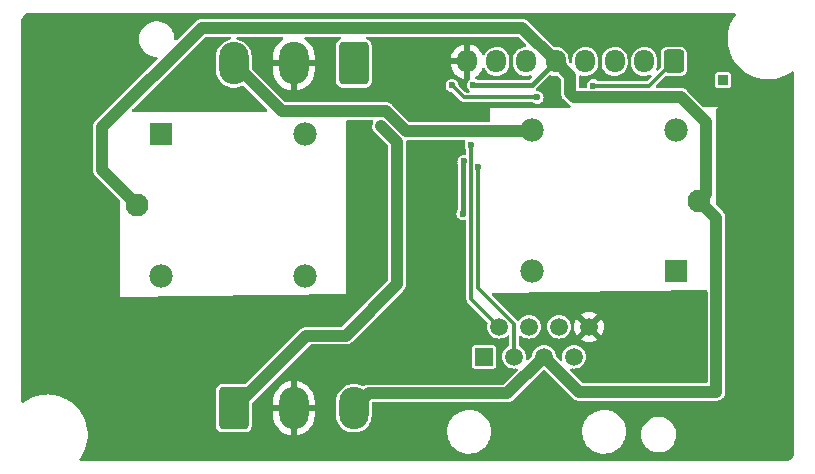
<source format=gbr>
G04 #@! TF.GenerationSoftware,KiCad,Pcbnew,7.99.0-1900-g89780d353a*
G04 #@! TF.CreationDate,2023-08-02T11:36:18+03:00*
G04 #@! TF.ProjectId,RP2040_minimal,52503230-3430-45f6-9d69-6e696d616c2e,REV1*
G04 #@! TF.SameCoordinates,Original*
G04 #@! TF.FileFunction,Copper,L2,Bot*
G04 #@! TF.FilePolarity,Positive*
%FSLAX46Y46*%
G04 Gerber Fmt 4.6, Leading zero omitted, Abs format (unit mm)*
G04 Created by KiCad (PCBNEW 7.99.0-1900-g89780d353a) date 2023-08-02 11:36:18*
%MOMM*%
%LPD*%
G01*
G04 APERTURE LIST*
G04 Aperture macros list*
%AMRoundRect*
0 Rectangle with rounded corners*
0 $1 Rounding radius*
0 $2 $3 $4 $5 $6 $7 $8 $9 X,Y pos of 4 corners*
0 Add a 4 corners polygon primitive as box body*
4,1,4,$2,$3,$4,$5,$6,$7,$8,$9,$2,$3,0*
0 Add four circle primitives for the rounded corners*
1,1,$1+$1,$2,$3*
1,1,$1+$1,$4,$5*
1,1,$1+$1,$6,$7*
1,1,$1+$1,$8,$9*
0 Add four rect primitives between the rounded corners*
20,1,$1+$1,$2,$3,$4,$5,0*
20,1,$1+$1,$4,$5,$6,$7,0*
20,1,$1+$1,$6,$7,$8,$9,0*
20,1,$1+$1,$8,$9,$2,$3,0*%
G04 Aperture macros list end*
G04 #@! TA.AperFunction,ComponentPad*
%ADD10RoundRect,0.300480X-0.949520X-1.499520X0.949520X-1.499520X0.949520X1.499520X-0.949520X1.499520X0*%
G04 #@! TD*
G04 #@! TA.AperFunction,ComponentPad*
%ADD11O,2.500000X3.600000*%
G04 #@! TD*
G04 #@! TA.AperFunction,ComponentPad*
%ADD12RoundRect,0.250000X0.600000X0.725000X-0.600000X0.725000X-0.600000X-0.725000X0.600000X-0.725000X0*%
G04 #@! TD*
G04 #@! TA.AperFunction,ComponentPad*
%ADD13O,1.700000X1.950000*%
G04 #@! TD*
G04 #@! TA.AperFunction,ComponentPad*
%ADD14R,1.980000X1.980000*%
G04 #@! TD*
G04 #@! TA.AperFunction,ComponentPad*
%ADD15C,1.980000*%
G04 #@! TD*
G04 #@! TA.AperFunction,ComponentPad*
%ADD16C,1.935000*%
G04 #@! TD*
G04 #@! TA.AperFunction,ComponentPad*
%ADD17RoundRect,0.300480X0.949520X1.499520X-0.949520X1.499520X-0.949520X-1.499520X0.949520X-1.499520X0*%
G04 #@! TD*
G04 #@! TA.AperFunction,ComponentPad*
%ADD18R,1.500000X1.500000*%
G04 #@! TD*
G04 #@! TA.AperFunction,ComponentPad*
%ADD19C,1.500000*%
G04 #@! TD*
G04 #@! TA.AperFunction,ComponentPad*
%ADD20R,0.850000X0.850000*%
G04 #@! TD*
G04 #@! TA.AperFunction,ViaPad*
%ADD21C,0.600000*%
G04 #@! TD*
G04 #@! TA.AperFunction,Conductor*
%ADD22C,1.000000*%
G04 #@! TD*
G04 #@! TA.AperFunction,Conductor*
%ADD23C,0.400000*%
G04 #@! TD*
G04 #@! TA.AperFunction,Conductor*
%ADD24C,0.300000*%
G04 #@! TD*
G04 APERTURE END LIST*
D10*
X152196000Y-105928400D03*
D11*
X157276000Y-105928400D03*
X162356000Y-105928400D03*
D12*
X189436000Y-76568400D03*
D13*
X186936000Y-76568400D03*
X184436000Y-76568400D03*
X181936000Y-76568400D03*
X179436000Y-76568400D03*
X176936000Y-76568400D03*
X174436000Y-76568400D03*
X171936000Y-76568400D03*
D14*
X189613500Y-94348400D03*
D15*
X189613500Y-82348400D03*
D16*
X191613500Y-88348400D03*
D15*
X177413500Y-94348400D03*
X177413500Y-82348400D03*
D17*
X162356000Y-76725900D03*
D11*
X157276000Y-76725900D03*
X152196000Y-76725900D03*
D18*
X173383500Y-101572400D03*
D19*
X174653500Y-99032400D03*
X175923500Y-101572400D03*
X177193500Y-99032400D03*
X178463500Y-101572400D03*
X179733500Y-99032400D03*
X181003500Y-101572400D03*
X182273500Y-99032400D03*
D14*
X146016000Y-82728400D03*
D15*
X146016000Y-94728400D03*
D16*
X144016000Y-88728400D03*
D15*
X158216000Y-82728400D03*
X158216000Y-94728400D03*
D20*
X193606000Y-78158400D03*
D21*
X167446000Y-75828400D03*
X169486000Y-80258400D03*
X148876000Y-100098400D03*
X193566000Y-79478400D03*
X198986000Y-88658400D03*
X136846000Y-78638400D03*
X166606000Y-75688400D03*
X184266000Y-101848400D03*
X140646000Y-76738400D03*
X141606000Y-94928400D03*
X136226000Y-85618400D03*
X190936000Y-100348400D03*
X193136000Y-73618400D03*
X184736000Y-98058400D03*
X194246000Y-86598400D03*
X164846000Y-75258400D03*
X197726000Y-81378400D03*
X192966000Y-76368400D03*
X193826000Y-81018400D03*
X139756000Y-84318400D03*
X194126000Y-85238400D03*
X194836000Y-108458400D03*
X162306000Y-101508400D03*
X139936000Y-78498400D03*
X198926000Y-103988400D03*
X158676000Y-98828400D03*
X141306000Y-87998400D03*
X169346000Y-90318400D03*
X195996000Y-105318400D03*
X136186000Y-89078400D03*
X197236000Y-108088400D03*
X145426000Y-106958400D03*
X140246000Y-97028400D03*
X136136000Y-96648400D03*
X149786000Y-79618400D03*
X162256000Y-108598400D03*
X188976000Y-98228400D03*
X187606000Y-99758400D03*
X153226000Y-109258400D03*
X159056000Y-108648400D03*
X138096000Y-78568400D03*
X164996000Y-77728400D03*
X188086000Y-74828400D03*
X154506000Y-75628400D03*
X168896000Y-85338400D03*
X143726000Y-104648400D03*
X194186000Y-90398400D03*
X198986000Y-87928400D03*
X136856000Y-100688400D03*
X138966000Y-81938400D03*
X160006000Y-76518400D03*
X142866000Y-100518400D03*
X164496000Y-93628400D03*
X191326000Y-76168400D03*
X146476000Y-78708400D03*
X197296000Y-78628400D03*
X184586000Y-100318400D03*
X194726000Y-78928400D03*
X195996000Y-98038400D03*
X198966000Y-83308400D03*
X141416000Y-92468400D03*
X169976000Y-86378400D03*
X159816000Y-77948400D03*
X135756000Y-94318400D03*
X149856000Y-99248400D03*
X177586000Y-108128400D03*
X168346000Y-76538400D03*
X149996000Y-76808400D03*
X198986000Y-85778400D03*
X173696000Y-75128400D03*
X153096000Y-100098400D03*
X141026000Y-82658400D03*
X172476000Y-78548400D03*
X182626000Y-78618900D03*
X170676000Y-78598400D03*
X177876000Y-79598400D03*
X164676000Y-82018400D03*
X171687000Y-85028400D03*
X171586000Y-89438400D03*
X172286500Y-83618400D03*
X172886000Y-85518400D03*
D22*
X163616000Y-104668400D02*
X175367500Y-104668400D01*
X190026000Y-79568400D02*
X180986000Y-79568400D01*
X192166000Y-87795900D02*
X192166000Y-81708400D01*
X181419500Y-104528400D02*
X193056000Y-104528400D01*
X144016000Y-88728400D02*
X141026000Y-85738400D01*
X193056000Y-89790900D02*
X191613500Y-88348400D01*
X141026000Y-82148400D02*
X141056000Y-82118400D01*
X162356000Y-105928400D02*
X163616000Y-104668400D01*
X141026000Y-85738400D02*
X141026000Y-82658400D01*
X141056000Y-82115439D02*
X149463039Y-73708400D01*
X141056000Y-82118400D02*
X141056000Y-82115439D01*
X178463500Y-101572400D02*
X181419500Y-104528400D01*
X176576000Y-73708400D02*
X179436000Y-76568400D01*
X141026000Y-82658400D02*
X141026000Y-82148400D01*
X149463039Y-73708400D02*
X176576000Y-73708400D01*
X191613500Y-88348400D02*
X192166000Y-87795900D01*
X175367500Y-104668400D02*
X178463500Y-101572400D01*
D23*
X177456000Y-78548400D02*
X179436000Y-76568400D01*
D22*
X192166000Y-81708400D02*
X190026000Y-79568400D01*
X180986000Y-79568400D02*
X180656000Y-79238400D01*
X180656000Y-77788400D02*
X179436000Y-76568400D01*
D23*
X172476000Y-78548400D02*
X177456000Y-78548400D01*
D22*
X180656000Y-79238400D02*
X180656000Y-77788400D01*
X193056000Y-104528400D02*
X193056000Y-89790900D01*
D24*
X187385500Y-78618900D02*
X182626000Y-78618900D01*
D22*
X161666000Y-99778400D02*
X166006000Y-95438400D01*
X152196000Y-105928400D02*
X158346000Y-99778400D01*
D24*
X189436000Y-76568400D02*
X187385500Y-78618900D01*
D22*
X158346000Y-99778400D02*
X161666000Y-99778400D01*
D24*
X177876000Y-79598400D02*
X171676000Y-79598400D01*
D22*
X166006000Y-95438400D02*
X166006000Y-83348400D01*
D24*
X171676000Y-79598400D02*
X170676000Y-78598400D01*
D22*
X166006000Y-83348400D02*
X164676000Y-82018400D01*
D23*
X171586000Y-85129400D02*
X171687000Y-85028400D01*
X171586000Y-89438400D02*
X171586000Y-85129400D01*
D22*
X165052346Y-80768400D02*
X156238500Y-80768400D01*
X156238500Y-80768400D02*
X152196000Y-76725900D01*
X152196000Y-76725900D02*
X152356000Y-76725900D01*
X166732346Y-82448400D02*
X165052346Y-80768400D01*
X177413500Y-82348400D02*
X177313500Y-82448400D01*
X177313500Y-82448400D02*
X166732346Y-82448400D01*
D24*
X172286500Y-96665400D02*
X172286500Y-83618400D01*
X174653500Y-99032400D02*
X172286500Y-96665400D01*
X172836000Y-85568400D02*
X172836000Y-95729975D01*
X175923500Y-98817475D02*
X175923500Y-101572400D01*
X172886000Y-85518400D02*
X172836000Y-85568400D01*
X172836000Y-95729975D02*
X175923500Y-98817475D01*
G04 #@! TA.AperFunction,Conductor*
G36*
X192246284Y-95947567D02*
G01*
X192293447Y-96000635D01*
X192305500Y-96054412D01*
X192305500Y-103651900D01*
X192285498Y-103720021D01*
X192231842Y-103766514D01*
X192179500Y-103777900D01*
X181782558Y-103777900D01*
X181714437Y-103757898D01*
X181693463Y-103740995D01*
X180727506Y-102775038D01*
X180693480Y-102712726D01*
X180698545Y-102641911D01*
X180741092Y-102585075D01*
X180807612Y-102560264D01*
X180828951Y-102560550D01*
X181003497Y-102577741D01*
X181003500Y-102577741D01*
X181003503Y-102577741D01*
X181199624Y-102558425D01*
X181199626Y-102558425D01*
X181199627Y-102558424D01*
X181199632Y-102558424D01*
X181388227Y-102501214D01*
X181562038Y-102408310D01*
X181714383Y-102283283D01*
X181839410Y-102130938D01*
X181932314Y-101957127D01*
X181989524Y-101768532D01*
X182008841Y-101572400D01*
X181998301Y-101465386D01*
X181989525Y-101376275D01*
X181989525Y-101376273D01*
X181989524Y-101376270D01*
X181989524Y-101376268D01*
X181932314Y-101187673D01*
X181839410Y-101013862D01*
X181714383Y-100861517D01*
X181562038Y-100736490D01*
X181539906Y-100724660D01*
X181388228Y-100643586D01*
X181199823Y-100586434D01*
X181199632Y-100586376D01*
X181199631Y-100586375D01*
X181199625Y-100586374D01*
X181003503Y-100567059D01*
X181003497Y-100567059D01*
X180807375Y-100586374D01*
X180807373Y-100586374D01*
X180618771Y-100643586D01*
X180444961Y-100736490D01*
X180292617Y-100861517D01*
X180167590Y-101013861D01*
X180074686Y-101187671D01*
X180017474Y-101376273D01*
X180017474Y-101376275D01*
X179998159Y-101572396D01*
X179998158Y-101572404D01*
X180015349Y-101746949D01*
X180002120Y-101816702D01*
X179953280Y-101868230D01*
X179884334Y-101885173D01*
X179817174Y-101862151D01*
X179800861Y-101848393D01*
X179494599Y-101542131D01*
X179460573Y-101479819D01*
X179458301Y-101465385D01*
X179449525Y-101376276D01*
X179449525Y-101376273D01*
X179449524Y-101376270D01*
X179449524Y-101376268D01*
X179392314Y-101187673D01*
X179299410Y-101013862D01*
X179174383Y-100861517D01*
X179022038Y-100736490D01*
X178999906Y-100724660D01*
X178848228Y-100643586D01*
X178659823Y-100586434D01*
X178659632Y-100586376D01*
X178659631Y-100586375D01*
X178659625Y-100586374D01*
X178463503Y-100567059D01*
X178463497Y-100567059D01*
X178267375Y-100586374D01*
X178267373Y-100586374D01*
X178078771Y-100643586D01*
X177904961Y-100736490D01*
X177752617Y-100861517D01*
X177627590Y-101013861D01*
X177534686Y-101187671D01*
X177477475Y-101376270D01*
X177468698Y-101465386D01*
X177442115Y-101531218D01*
X177432400Y-101542130D01*
X177126138Y-101848392D01*
X177063826Y-101882418D01*
X176993011Y-101877353D01*
X176936175Y-101834806D01*
X176911364Y-101768286D01*
X176911650Y-101746947D01*
X176928841Y-101572403D01*
X176928841Y-101572396D01*
X176909525Y-101376275D01*
X176909525Y-101376273D01*
X176909524Y-101376270D01*
X176909524Y-101376268D01*
X176852314Y-101187673D01*
X176759410Y-101013862D01*
X176634383Y-100861517D01*
X176548868Y-100791336D01*
X176482040Y-100736491D01*
X176390602Y-100687616D01*
X176339954Y-100637863D01*
X176323999Y-100576494D01*
X176323999Y-100126015D01*
X176323999Y-99879511D01*
X176344001Y-99811393D01*
X176397657Y-99764900D01*
X176467931Y-99754796D01*
X176529933Y-99782115D01*
X176569096Y-99814255D01*
X176634962Y-99868310D01*
X176808773Y-99961214D01*
X176997368Y-100018424D01*
X176997372Y-100018424D01*
X176997374Y-100018425D01*
X177193497Y-100037741D01*
X177193500Y-100037741D01*
X177193503Y-100037741D01*
X177389624Y-100018425D01*
X177389626Y-100018425D01*
X177389627Y-100018424D01*
X177389632Y-100018424D01*
X177578227Y-99961214D01*
X177752038Y-99868310D01*
X177904383Y-99743283D01*
X178029410Y-99590938D01*
X178122314Y-99417127D01*
X178179524Y-99228532D01*
X178179525Y-99228524D01*
X178198841Y-99032403D01*
X178728159Y-99032403D01*
X178747474Y-99228524D01*
X178747474Y-99228526D01*
X178804686Y-99417128D01*
X178880184Y-99558374D01*
X178897590Y-99590938D01*
X179022617Y-99743283D01*
X179174962Y-99868310D01*
X179348773Y-99961214D01*
X179537368Y-100018424D01*
X179537372Y-100018424D01*
X179537374Y-100018425D01*
X179733497Y-100037741D01*
X179733500Y-100037741D01*
X179733503Y-100037741D01*
X179929624Y-100018425D01*
X179929626Y-100018425D01*
X179929627Y-100018424D01*
X179929632Y-100018424D01*
X180118227Y-99961214D01*
X180292038Y-99868310D01*
X180444383Y-99743283D01*
X180569410Y-99590938D01*
X180662314Y-99417127D01*
X180719524Y-99228532D01*
X180719525Y-99228524D01*
X180738841Y-99032403D01*
X180738841Y-99032400D01*
X181010695Y-99032400D01*
X181029880Y-99251687D01*
X181086850Y-99464303D01*
X181086852Y-99464307D01*
X181179878Y-99663802D01*
X181222300Y-99724386D01*
X181222302Y-99724386D01*
X181747296Y-99199393D01*
X181809608Y-99165367D01*
X181880423Y-99170432D01*
X181937259Y-99212979D01*
X181941874Y-99219573D01*
X181990056Y-99293322D01*
X181990057Y-99293323D01*
X181990058Y-99293324D01*
X181990059Y-99293325D01*
X182090139Y-99371221D01*
X182090142Y-99371222D01*
X182092118Y-99372760D01*
X182133589Y-99430385D01*
X182137323Y-99501283D01*
X182103822Y-99561287D01*
X181581512Y-100083596D01*
X181581512Y-100083597D01*
X181642100Y-100126022D01*
X181841592Y-100219047D01*
X181841596Y-100219049D01*
X182054212Y-100276019D01*
X182273500Y-100295204D01*
X182492787Y-100276019D01*
X182705403Y-100219049D01*
X182705412Y-100219045D01*
X182904905Y-100126019D01*
X182904912Y-100126015D01*
X182965486Y-100083598D01*
X182965486Y-100083597D01*
X182440264Y-99558374D01*
X182406239Y-99496062D01*
X182411304Y-99425246D01*
X182453851Y-99368411D01*
X182469387Y-99358467D01*
X182510128Y-99336420D01*
X182596022Y-99243114D01*
X182597373Y-99240033D01*
X182600342Y-99236499D01*
X182601731Y-99234375D01*
X182601987Y-99234542D01*
X182643048Y-99185685D01*
X182710859Y-99164656D01*
X182779274Y-99183627D01*
X182801857Y-99201547D01*
X183324696Y-99724386D01*
X183324698Y-99724386D01*
X183367115Y-99663812D01*
X183367119Y-99663805D01*
X183460145Y-99464312D01*
X183460149Y-99464303D01*
X183517119Y-99251687D01*
X183536304Y-99032400D01*
X183517119Y-98813112D01*
X183460149Y-98600496D01*
X183460147Y-98600492D01*
X183367121Y-98400998D01*
X183324698Y-98340412D01*
X183324697Y-98340412D01*
X182799703Y-98865406D01*
X182737391Y-98899431D01*
X182666575Y-98894366D01*
X182609740Y-98851819D01*
X182605125Y-98845225D01*
X182556943Y-98771477D01*
X182556939Y-98771472D01*
X182454882Y-98692038D01*
X182413411Y-98634413D01*
X182409678Y-98563515D01*
X182443177Y-98503512D01*
X182965486Y-97981201D01*
X182965486Y-97981200D01*
X182904901Y-97938778D01*
X182904902Y-97938778D01*
X182705407Y-97845752D01*
X182705403Y-97845750D01*
X182492787Y-97788780D01*
X182273500Y-97769595D01*
X182054212Y-97788780D01*
X181841596Y-97845750D01*
X181841592Y-97845752D01*
X181642098Y-97938778D01*
X181581512Y-97981201D01*
X182106735Y-98506425D01*
X182140760Y-98568737D01*
X182135695Y-98639553D01*
X182093148Y-98696388D01*
X182077609Y-98706334D01*
X182036872Y-98728379D01*
X181950979Y-98821684D01*
X181950976Y-98821688D01*
X181949623Y-98824774D01*
X181946650Y-98828310D01*
X181945269Y-98830425D01*
X181945013Y-98830257D01*
X181903941Y-98879121D01*
X181836128Y-98900143D01*
X181767714Y-98881165D01*
X181745142Y-98863252D01*
X181222301Y-98340411D01*
X181179878Y-98400998D01*
X181086852Y-98600492D01*
X181086850Y-98600496D01*
X181029880Y-98813112D01*
X181010695Y-99032400D01*
X180738841Y-99032400D01*
X180738841Y-99032396D01*
X180719525Y-98836275D01*
X180719525Y-98836273D01*
X180719524Y-98836270D01*
X180719524Y-98836268D01*
X180662314Y-98647673D01*
X180569410Y-98473862D01*
X180444383Y-98321517D01*
X180292038Y-98196490D01*
X180118228Y-98103586D01*
X179929625Y-98046374D01*
X179733503Y-98027059D01*
X179733497Y-98027059D01*
X179537375Y-98046374D01*
X179537373Y-98046374D01*
X179348771Y-98103586D01*
X179174961Y-98196490D01*
X179022617Y-98321517D01*
X178897590Y-98473861D01*
X178804686Y-98647671D01*
X178747474Y-98836273D01*
X178747474Y-98836275D01*
X178728159Y-99032396D01*
X178728159Y-99032403D01*
X178198841Y-99032403D01*
X178198841Y-99032396D01*
X178179525Y-98836275D01*
X178179525Y-98836273D01*
X178179524Y-98836270D01*
X178179524Y-98836268D01*
X178122314Y-98647673D01*
X178029410Y-98473862D01*
X177904383Y-98321517D01*
X177752038Y-98196490D01*
X177578228Y-98103586D01*
X177389625Y-98046374D01*
X177193503Y-98027059D01*
X177193497Y-98027059D01*
X176997375Y-98046374D01*
X176997373Y-98046374D01*
X176808771Y-98103586D01*
X176634961Y-98196490D01*
X176482617Y-98321517D01*
X176353663Y-98478647D01*
X176352496Y-98477689D01*
X176303750Y-98518413D01*
X176233306Y-98527249D01*
X176169267Y-98496597D01*
X176164387Y-98491970D01*
X175442012Y-97769595D01*
X174042584Y-96370166D01*
X174008559Y-96307856D01*
X174013624Y-96237041D01*
X174056171Y-96180205D01*
X174122691Y-96155394D01*
X174130090Y-96155083D01*
X192177918Y-95928422D01*
X192246284Y-95947567D01*
G37*
G04 #@! TD.AperFunction*
G04 #@! TA.AperFunction,Conductor*
G36*
X156333231Y-74478902D02*
G01*
X156379724Y-74532558D01*
X156389828Y-74602832D01*
X156360334Y-74667412D01*
X156336088Y-74689006D01*
X156176837Y-74797581D01*
X156176832Y-74797585D01*
X155983682Y-74976802D01*
X155819396Y-75182809D01*
X155687653Y-75410995D01*
X155687651Y-75410999D01*
X155591393Y-75656263D01*
X155591392Y-75656265D01*
X155532760Y-75913146D01*
X155518000Y-76110109D01*
X155518000Y-76471900D01*
X156358563Y-76471900D01*
X156426684Y-76491902D01*
X156473177Y-76545558D01*
X156483770Y-76612007D01*
X156470938Y-76725900D01*
X156478343Y-76791624D01*
X156483771Y-76839792D01*
X156471522Y-76909724D01*
X156423409Y-76961932D01*
X156358563Y-76979900D01*
X155518000Y-76979900D01*
X155518000Y-77341691D01*
X155532760Y-77538653D01*
X155591392Y-77795534D01*
X155591393Y-77795536D01*
X155687651Y-78040800D01*
X155687653Y-78040804D01*
X155819396Y-78268990D01*
X155983682Y-78474997D01*
X156176832Y-78654214D01*
X156176837Y-78654218D01*
X156394525Y-78802636D01*
X156394532Y-78802640D01*
X156631923Y-78916962D01*
X156883704Y-78994628D01*
X156883712Y-78994629D01*
X157022000Y-79015472D01*
X157022000Y-77643336D01*
X157042002Y-77575215D01*
X157095658Y-77528722D01*
X157162108Y-77518129D01*
X157184386Y-77520639D01*
X157231066Y-77525900D01*
X157231074Y-77525900D01*
X157320934Y-77525900D01*
X157367613Y-77520639D01*
X157389891Y-77518129D01*
X157459822Y-77530376D01*
X157512031Y-77578488D01*
X157530000Y-77643336D01*
X157530000Y-79015472D01*
X157668287Y-78994629D01*
X157668295Y-78994628D01*
X157920076Y-78916962D01*
X158157467Y-78802640D01*
X158157474Y-78802636D01*
X158375162Y-78654218D01*
X158375167Y-78654214D01*
X158568317Y-78474997D01*
X158732603Y-78268990D01*
X158864346Y-78040804D01*
X158864348Y-78040800D01*
X158960606Y-77795536D01*
X158960607Y-77795534D01*
X159019239Y-77538653D01*
X159034000Y-77341691D01*
X159034000Y-76979900D01*
X158193437Y-76979900D01*
X158125316Y-76959898D01*
X158078823Y-76906242D01*
X158068229Y-76839792D01*
X158072884Y-76798480D01*
X158081062Y-76725900D01*
X158068229Y-76612007D01*
X158080478Y-76542076D01*
X158128591Y-76489868D01*
X158193437Y-76471900D01*
X159034000Y-76471900D01*
X159034000Y-76110109D01*
X159019239Y-75913146D01*
X158960607Y-75656265D01*
X158960606Y-75656263D01*
X158864348Y-75410999D01*
X158864346Y-75410995D01*
X158732603Y-75182809D01*
X158568317Y-74976802D01*
X158375167Y-74797585D01*
X158375162Y-74797581D01*
X158215912Y-74689006D01*
X158170895Y-74634106D01*
X158162706Y-74563583D01*
X158193945Y-74499828D01*
X158254693Y-74463083D01*
X158286890Y-74458900D01*
X161187796Y-74458900D01*
X161255917Y-74478902D01*
X161302410Y-74532558D01*
X161312514Y-74602832D01*
X161283020Y-74667412D01*
X161234020Y-74702115D01*
X161133901Y-74741596D01*
X161133898Y-74741598D01*
X161013214Y-74833114D01*
X160921698Y-74953798D01*
X160921696Y-74953801D01*
X160866133Y-75094698D01*
X160866132Y-75094704D01*
X160855500Y-75183241D01*
X160855500Y-78268549D01*
X160855501Y-78268560D01*
X160866132Y-78357098D01*
X160921696Y-78497998D01*
X160921698Y-78498001D01*
X161013214Y-78618685D01*
X161060067Y-78654214D01*
X161133900Y-78710203D01*
X161214808Y-78742109D01*
X161270322Y-78764001D01*
X161274801Y-78765767D01*
X161363345Y-78776400D01*
X163348654Y-78776399D01*
X163437199Y-78765767D01*
X163578100Y-78710203D01*
X163698785Y-78618685D01*
X163790303Y-78498000D01*
X163845867Y-78357099D01*
X163856500Y-78268555D01*
X163856499Y-75183246D01*
X163845867Y-75094701D01*
X163790303Y-74953800D01*
X163754675Y-74906818D01*
X163698785Y-74833114D01*
X163600439Y-74758537D01*
X163578100Y-74741597D01*
X163578098Y-74741596D01*
X163495901Y-74709182D01*
X163477979Y-74702114D01*
X163421947Y-74658517D01*
X163398379Y-74591546D01*
X163414760Y-74522465D01*
X163465889Y-74473207D01*
X163524204Y-74458900D01*
X176212942Y-74458900D01*
X176281063Y-74478902D01*
X176302037Y-74495805D01*
X176936849Y-75130617D01*
X176970875Y-75192929D01*
X176965810Y-75263744D01*
X176923263Y-75320580D01*
X176856743Y-75345391D01*
X176853749Y-75345569D01*
X176778680Y-75349144D01*
X176778667Y-75349146D01*
X176574427Y-75398695D01*
X176574416Y-75398698D01*
X176383251Y-75486002D01*
X176383247Y-75486004D01*
X176212048Y-75607914D01*
X176212044Y-75607917D01*
X176067014Y-75760021D01*
X175953387Y-75936827D01*
X175875274Y-76131945D01*
X175835500Y-76338310D01*
X175835500Y-76745823D01*
X175835501Y-76745844D01*
X175850470Y-76902607D01*
X175850473Y-76902622D01*
X175909683Y-77104272D01*
X175909687Y-77104283D01*
X176005986Y-77291078D01*
X176005988Y-77291081D01*
X176005989Y-77291082D01*
X176135908Y-77456286D01*
X176135911Y-77456288D01*
X176135914Y-77456292D01*
X176294738Y-77593914D01*
X176294744Y-77593919D01*
X176476756Y-77699004D01*
X176476757Y-77699004D01*
X176476760Y-77699006D01*
X176621140Y-77748975D01*
X176675367Y-77767744D01*
X176675374Y-77767745D01*
X176883396Y-77797654D01*
X176883397Y-77797653D01*
X176883398Y-77797654D01*
X176927904Y-77795534D01*
X177093319Y-77787655D01*
X177093323Y-77787654D01*
X177093330Y-77787654D01*
X177297576Y-77738104D01*
X177297580Y-77738102D01*
X177299254Y-77737696D01*
X177370170Y-77741074D01*
X177428002Y-77782255D01*
X177454389Y-77848166D01*
X177440954Y-77917880D01*
X177418056Y-77949239D01*
X177306302Y-78060995D01*
X177243990Y-78095020D01*
X177217206Y-78097900D01*
X172835963Y-78097900D01*
X172767842Y-78077898D01*
X172759263Y-78071865D01*
X172753625Y-78067539D01*
X172753624Y-78067538D01*
X172753622Y-78067537D01*
X172706920Y-78048193D01*
X172651639Y-78003646D01*
X172629217Y-77936283D01*
X172646774Y-77867491D01*
X172689075Y-77824491D01*
X172746433Y-77789174D01*
X172919961Y-77636448D01*
X172919964Y-77636445D01*
X173065180Y-77456599D01*
X173177919Y-77254787D01*
X173206563Y-77173719D01*
X173248117Y-77116153D01*
X173314196Y-77090191D01*
X173383822Y-77104075D01*
X173434888Y-77153398D01*
X173437359Y-77157958D01*
X173502682Y-77284667D01*
X173505989Y-77291082D01*
X173635908Y-77456286D01*
X173635911Y-77456288D01*
X173635914Y-77456292D01*
X173794738Y-77593914D01*
X173794744Y-77593919D01*
X173976756Y-77699004D01*
X173976757Y-77699004D01*
X173976760Y-77699006D01*
X174121140Y-77748975D01*
X174175367Y-77767744D01*
X174175374Y-77767745D01*
X174383396Y-77797654D01*
X174383397Y-77797653D01*
X174383398Y-77797654D01*
X174427904Y-77795534D01*
X174593319Y-77787655D01*
X174593323Y-77787654D01*
X174593330Y-77787654D01*
X174797576Y-77738104D01*
X174798470Y-77737696D01*
X174822999Y-77726493D01*
X174988753Y-77650796D01*
X175159952Y-77528886D01*
X175304986Y-77376778D01*
X175418613Y-77199972D01*
X175496725Y-77004857D01*
X175536500Y-76798485D01*
X175536500Y-76390975D01*
X175521528Y-76234182D01*
X175462316Y-76032525D01*
X175462313Y-76032520D01*
X175462312Y-76032516D01*
X175366013Y-75845721D01*
X175366011Y-75845718D01*
X175326530Y-75795514D01*
X175236092Y-75680514D01*
X175236088Y-75680510D01*
X175236085Y-75680507D01*
X175077261Y-75542885D01*
X175077253Y-75542879D01*
X174895244Y-75437796D01*
X174895239Y-75437793D01*
X174696640Y-75369058D01*
X174696634Y-75369056D01*
X174696633Y-75369056D01*
X174696631Y-75369055D01*
X174696625Y-75369054D01*
X174488603Y-75339145D01*
X174278680Y-75349144D01*
X174278667Y-75349146D01*
X174074427Y-75398695D01*
X174074416Y-75398698D01*
X173883251Y-75486002D01*
X173883247Y-75486004D01*
X173712048Y-75607914D01*
X173712044Y-75607917D01*
X173567014Y-75760021D01*
X173453386Y-75936828D01*
X173443055Y-75962634D01*
X173399167Y-76018441D01*
X173332074Y-76041660D01*
X173263079Y-76024921D01*
X173214087Y-75973538D01*
X173211266Y-75967702D01*
X173125842Y-75778721D01*
X173125839Y-75778715D01*
X172996393Y-75587194D01*
X172996387Y-75587186D01*
X172836443Y-75420303D01*
X172836435Y-75420297D01*
X172650586Y-75282843D01*
X172444165Y-75178769D01*
X172223137Y-75111080D01*
X172190000Y-75106835D01*
X172190000Y-75979623D01*
X172169998Y-76047744D01*
X172116342Y-76094237D01*
X172046069Y-76104340D01*
X172046068Y-76104340D01*
X171969981Y-76093400D01*
X171969975Y-76093400D01*
X171902025Y-76093400D01*
X171902018Y-76093400D01*
X171825932Y-76104340D01*
X171755658Y-76094237D01*
X171702002Y-76047744D01*
X171682000Y-75979623D01*
X171682000Y-75108961D01*
X171536906Y-75140231D01*
X171322412Y-75226422D01*
X171125564Y-75347627D01*
X170952038Y-75500351D01*
X170952035Y-75500354D01*
X170806819Y-75680200D01*
X170694077Y-75882017D01*
X170617068Y-76099969D01*
X170617068Y-76099970D01*
X170580301Y-76314400D01*
X171347212Y-76314400D01*
X171415333Y-76334402D01*
X171461826Y-76388058D01*
X171471930Y-76458332D01*
X171468109Y-76475891D01*
X171461000Y-76500105D01*
X171461000Y-76636695D01*
X171468108Y-76660902D01*
X171468108Y-76731898D01*
X171429725Y-76791624D01*
X171365144Y-76821117D01*
X171347212Y-76822400D01*
X170584069Y-76822400D01*
X170592694Y-76923733D01*
X170592695Y-76923739D01*
X170650940Y-77147433D01*
X170746157Y-77358078D01*
X170746160Y-77358084D01*
X170875602Y-77549600D01*
X170875612Y-77549613D01*
X171035556Y-77716496D01*
X171035564Y-77716502D01*
X171221413Y-77853956D01*
X171427834Y-77958030D01*
X171427833Y-77958030D01*
X171648864Y-78025720D01*
X171682000Y-78029962D01*
X171682000Y-77157176D01*
X171702002Y-77089055D01*
X171755658Y-77042562D01*
X171825927Y-77032458D01*
X171902022Y-77043399D01*
X171902023Y-77043400D01*
X171902025Y-77043400D01*
X171969977Y-77043400D01*
X171969977Y-77043399D01*
X172046068Y-77032459D01*
X172116341Y-77042562D01*
X172169997Y-77089054D01*
X172190000Y-77157174D01*
X172190000Y-78011829D01*
X172169998Y-78079950D01*
X172140704Y-78111791D01*
X172083378Y-78155778D01*
X171995137Y-78270775D01*
X171939670Y-78404690D01*
X171920750Y-78548399D01*
X171920750Y-78548400D01*
X171939670Y-78692109D01*
X171995137Y-78826024D01*
X172083378Y-78941021D01*
X172123670Y-78971938D01*
X172165537Y-79029276D01*
X172169759Y-79100147D01*
X172134995Y-79162049D01*
X172072282Y-79195331D01*
X172046966Y-79197900D01*
X171894083Y-79197900D01*
X171825962Y-79177898D01*
X171804988Y-79160995D01*
X171259804Y-78615811D01*
X171225778Y-78553499D01*
X171223977Y-78543162D01*
X171212330Y-78454691D01*
X171191619Y-78404690D01*
X171156862Y-78320775D01*
X171068621Y-78205778D01*
X170953624Y-78117537D01*
X170819709Y-78062070D01*
X170676000Y-78043150D01*
X170532290Y-78062070D01*
X170398375Y-78117537D01*
X170283378Y-78205778D01*
X170195137Y-78320775D01*
X170139670Y-78454690D01*
X170120750Y-78598399D01*
X170120750Y-78598400D01*
X170139670Y-78742109D01*
X170195137Y-78876024D01*
X170283378Y-78991021D01*
X170398375Y-79079262D01*
X170482821Y-79114239D01*
X170532291Y-79134730D01*
X170620763Y-79146377D01*
X170685689Y-79175099D01*
X170693399Y-79182192D01*
X171068933Y-79557726D01*
X171417017Y-79905810D01*
X171417027Y-79905819D01*
X171437658Y-79926450D01*
X171457249Y-79936432D01*
X171474106Y-79946760D01*
X171491911Y-79959697D01*
X171512831Y-79966494D01*
X171531095Y-79974059D01*
X171550696Y-79984046D01*
X171556472Y-79984960D01*
X171572425Y-79987488D01*
X171591642Y-79992101D01*
X171612567Y-79998900D01*
X171644481Y-79998900D01*
X177450876Y-79998900D01*
X177518997Y-80018902D01*
X177527580Y-80024938D01*
X177598375Y-80079262D01*
X177682821Y-80114239D01*
X177732291Y-80134730D01*
X177857079Y-80151158D01*
X177875999Y-80153650D01*
X177875999Y-80153649D01*
X177876000Y-80153650D01*
X178019709Y-80134730D01*
X178120881Y-80092824D01*
X178153624Y-80079262D01*
X178268621Y-79991021D01*
X178356862Y-79876024D01*
X178377351Y-79826555D01*
X178412330Y-79742109D01*
X178431250Y-79598400D01*
X178412330Y-79454691D01*
X178386029Y-79391194D01*
X178356862Y-79320775D01*
X178268621Y-79205778D01*
X178153624Y-79117537D01*
X178019709Y-79062070D01*
X177886993Y-79044597D01*
X177822066Y-79015874D01*
X177782975Y-78956609D01*
X177782130Y-78885617D01*
X177808852Y-78841872D01*
X177806304Y-78839841D01*
X177818081Y-78825072D01*
X177818762Y-78825615D01*
X177828219Y-78813283D01*
X178895537Y-77745965D01*
X178957847Y-77711941D01*
X179025839Y-77715991D01*
X179175367Y-77767744D01*
X179383398Y-77797654D01*
X179515423Y-77791365D01*
X179538185Y-77790281D01*
X179607180Y-77807019D01*
X179633275Y-77827043D01*
X179868594Y-78062362D01*
X179902620Y-78124674D01*
X179905499Y-78151457D01*
X179905499Y-79174547D01*
X179904170Y-79192802D01*
X179900711Y-79216421D01*
X179900711Y-79216425D01*
X179905260Y-79268427D01*
X179905500Y-79273920D01*
X179905500Y-79282112D01*
X179909306Y-79314675D01*
X179916000Y-79391194D01*
X179917484Y-79398380D01*
X179917408Y-79398395D01*
X179918990Y-79405535D01*
X179919067Y-79405517D01*
X179920760Y-79412661D01*
X179947025Y-79484823D01*
X179971182Y-79557726D01*
X179974285Y-79564379D01*
X179974214Y-79564411D01*
X179977403Y-79570997D01*
X179977471Y-79570963D01*
X179980761Y-79577515D01*
X180022965Y-79641683D01*
X180063286Y-79707054D01*
X180067841Y-79712814D01*
X180067779Y-79712862D01*
X180072395Y-79718527D01*
X180072455Y-79718477D01*
X180077166Y-79724091D01*
X180077167Y-79724092D01*
X180077170Y-79724096D01*
X180096263Y-79742109D01*
X180133020Y-79776788D01*
X180410167Y-80053934D01*
X180422140Y-80067789D01*
X180436386Y-80086926D01*
X180436388Y-80086928D01*
X180436390Y-80086930D01*
X180459654Y-80106451D01*
X180476380Y-80120486D01*
X180480434Y-80124201D01*
X180486221Y-80129988D01*
X180486224Y-80129992D01*
X180511939Y-80150323D01*
X180570788Y-80199704D01*
X180576922Y-80203738D01*
X180576878Y-80203803D01*
X180583034Y-80207725D01*
X180583077Y-80207657D01*
X180589319Y-80211507D01*
X180589323Y-80211510D01*
X180631720Y-80231280D01*
X180685004Y-80278196D01*
X180704465Y-80346474D01*
X180683923Y-80414434D01*
X180629900Y-80460499D01*
X180578600Y-80471474D01*
X173896000Y-80478400D01*
X173893958Y-81546098D01*
X173893908Y-81572141D01*
X173873775Y-81640223D01*
X173820031Y-81686614D01*
X173767908Y-81697900D01*
X167095403Y-81697900D01*
X167027282Y-81677898D01*
X167006308Y-81660995D01*
X165628180Y-80282866D01*
X165616209Y-80269015D01*
X165601956Y-80249870D01*
X165579800Y-80231279D01*
X165561960Y-80216309D01*
X165557939Y-80212625D01*
X165552123Y-80206809D01*
X165526386Y-80186459D01*
X165483321Y-80150323D01*
X165467562Y-80137099D01*
X165461430Y-80133066D01*
X165461473Y-80133000D01*
X165455307Y-80129072D01*
X165455266Y-80129139D01*
X165449028Y-80125291D01*
X165379403Y-80092824D01*
X165310781Y-80058361D01*
X165310780Y-80058360D01*
X165310779Y-80058360D01*
X165310776Y-80058359D01*
X165303887Y-80055852D01*
X165303913Y-80055778D01*
X165297002Y-80053375D01*
X165296978Y-80053450D01*
X165290021Y-80051144D01*
X165290019Y-80051143D01*
X165290016Y-80051142D01*
X165290012Y-80051141D01*
X165214780Y-80035607D01*
X165140065Y-80017899D01*
X165132777Y-80017048D01*
X165132786Y-80016969D01*
X165125522Y-80016227D01*
X165125516Y-80016306D01*
X165118203Y-80015666D01*
X165118202Y-80015666D01*
X165041429Y-80017900D01*
X156601558Y-80017900D01*
X156533437Y-79997898D01*
X156512463Y-79980995D01*
X153733405Y-77201936D01*
X153699379Y-77139624D01*
X153696500Y-77112841D01*
X153696500Y-76113831D01*
X153694802Y-76093346D01*
X153681108Y-75928079D01*
X153677326Y-75913146D01*
X153620064Y-75687022D01*
X153620061Y-75687015D01*
X153617209Y-75680514D01*
X153520173Y-75459293D01*
X153488621Y-75410999D01*
X153384164Y-75251114D01*
X153215750Y-75068167D01*
X153019509Y-74915426D01*
X153019508Y-74915425D01*
X152800809Y-74797071D01*
X152800807Y-74797070D01*
X152565618Y-74716330D01*
X152565609Y-74716328D01*
X152548639Y-74713496D01*
X152522781Y-74709181D01*
X152458882Y-74678240D01*
X152421854Y-74617664D01*
X152423455Y-74546686D01*
X152463175Y-74487840D01*
X152528404Y-74459810D01*
X152543520Y-74458900D01*
X156265110Y-74458900D01*
X156333231Y-74478902D01*
G37*
G04 #@! TD.AperFunction*
G04 #@! TA.AperFunction,Conductor*
G36*
X151916601Y-74478902D02*
G01*
X151963094Y-74532558D01*
X151973198Y-74602832D01*
X151943704Y-74667412D01*
X151883978Y-74705796D01*
X151869222Y-74709181D01*
X151850736Y-74712265D01*
X151826390Y-74716328D01*
X151826381Y-74716330D01*
X151591192Y-74797070D01*
X151591190Y-74797071D01*
X151372491Y-74915425D01*
X151372490Y-74915426D01*
X151176249Y-75068167D01*
X151007835Y-75251114D01*
X150871826Y-75459293D01*
X150771938Y-75687015D01*
X150771935Y-75687022D01*
X150710893Y-75928071D01*
X150710892Y-75928077D01*
X150710892Y-75928079D01*
X150702238Y-76032516D01*
X150695500Y-76113831D01*
X150695500Y-77337969D01*
X150696938Y-77355323D01*
X150710713Y-77521562D01*
X150710893Y-77523728D01*
X150771935Y-77764777D01*
X150771938Y-77764784D01*
X150871826Y-77992506D01*
X151007835Y-78200685D01*
X151176249Y-78383632D01*
X151176254Y-78383636D01*
X151176256Y-78383638D01*
X151372490Y-78536373D01*
X151372491Y-78536374D01*
X151591190Y-78654728D01*
X151591192Y-78654729D01*
X151668125Y-78681140D01*
X151826386Y-78735471D01*
X152071665Y-78776400D01*
X152071669Y-78776400D01*
X152320331Y-78776400D01*
X152320335Y-78776400D01*
X152565614Y-78735471D01*
X152800810Y-78654728D01*
X152888602Y-78607216D01*
X152958032Y-78592386D01*
X153024459Y-78617446D01*
X153037667Y-78628935D01*
X154050415Y-79641683D01*
X155006352Y-80597619D01*
X155040377Y-80659931D01*
X155035313Y-80730746D01*
X154992766Y-80787582D01*
X154926246Y-80812393D01*
X154917388Y-80812714D01*
X143712800Y-80824326D01*
X143644658Y-80804394D01*
X143598110Y-80750787D01*
X143587933Y-80680524D01*
X143617359Y-80615912D01*
X143623560Y-80609245D01*
X149737001Y-74495805D01*
X149799313Y-74461779D01*
X149826096Y-74458900D01*
X151848480Y-74458900D01*
X151916601Y-74478902D01*
G37*
G04 #@! TD.AperFunction*
G04 #@! TA.AperFunction,Conductor*
G36*
X194649860Y-72460469D02*
G01*
X194696353Y-72514125D01*
X194706457Y-72584399D01*
X194683142Y-72641256D01*
X194573753Y-72789572D01*
X194573752Y-72789573D01*
X194392583Y-73098617D01*
X194244886Y-73424981D01*
X194132296Y-73765042D01*
X194056048Y-74115076D01*
X194016998Y-74471160D01*
X194015575Y-74829397D01*
X194051789Y-75185766D01*
X194051792Y-75185787D01*
X194125247Y-75536390D01*
X194125250Y-75536401D01*
X194171696Y-75680514D01*
X194226747Y-75851331D01*
X194235136Y-75877359D01*
X194261481Y-75936827D01*
X194375427Y-76194038D01*
X194380233Y-76204885D01*
X194406350Y-76250260D01*
X194558934Y-76515353D01*
X194558938Y-76515358D01*
X194558940Y-76515362D01*
X194769264Y-76805331D01*
X194769265Y-76805332D01*
X195008896Y-77071611D01*
X195275174Y-77311241D01*
X195275177Y-77311243D01*
X195275178Y-77311244D01*
X195565142Y-77521562D01*
X195565145Y-77521563D01*
X195565155Y-77521571D01*
X195875626Y-77700273D01*
X196203154Y-77845369D01*
X196544112Y-77955253D01*
X196894727Y-78028710D01*
X197251120Y-78064926D01*
X197605280Y-78063516D01*
X197609348Y-78063500D01*
X197828187Y-78039500D01*
X197965437Y-78024449D01*
X198315457Y-77948204D01*
X198655530Y-77835609D01*
X198981892Y-77687911D01*
X199290932Y-77506744D01*
X199439208Y-77397383D01*
X199505902Y-77373047D01*
X199575167Y-77388632D01*
X199625010Y-77439190D01*
X199639996Y-77498787D01*
X199639996Y-109635651D01*
X199639995Y-109635669D01*
X199639995Y-109684401D01*
X199639692Y-109690578D01*
X199627773Y-109811604D01*
X199622955Y-109835831D01*
X199590354Y-109943304D01*
X199580901Y-109966124D01*
X199527960Y-110065171D01*
X199514238Y-110085709D01*
X199442992Y-110172524D01*
X199425526Y-110189990D01*
X199338713Y-110261236D01*
X199318174Y-110274960D01*
X199219126Y-110327901D01*
X199196308Y-110337352D01*
X199088840Y-110369953D01*
X199064613Y-110374772D01*
X198943654Y-110386685D01*
X198937475Y-110386989D01*
X139251798Y-110386989D01*
X139183677Y-110366987D01*
X139137184Y-110313331D01*
X139127080Y-110243057D01*
X139150392Y-110186204D01*
X139160481Y-110172524D01*
X139259736Y-110037938D01*
X139440888Y-109728898D01*
X139588572Y-109402537D01*
X139701154Y-109062468D01*
X139777388Y-108712453D01*
X139812555Y-108391710D01*
X139816430Y-108356370D01*
X139816452Y-108350745D01*
X139817847Y-107998149D01*
X139781625Y-107641765D01*
X139708165Y-107291158D01*
X139598278Y-106950208D01*
X139453181Y-106622689D01*
X139452091Y-106620796D01*
X139340065Y-106426166D01*
X139274481Y-106312224D01*
X139153638Y-106145620D01*
X139064150Y-106022245D01*
X138824528Y-105755977D01*
X138558262Y-105516357D01*
X138558250Y-105516347D01*
X138268286Y-105306026D01*
X138268278Y-105306021D01*
X137957824Y-105127325D01*
X137957814Y-105127320D01*
X137729603Y-105026218D01*
X137630301Y-104982225D01*
X137630299Y-104982224D01*
X137630296Y-104982223D01*
X137630293Y-104982222D01*
X137289359Y-104872340D01*
X137289336Y-104872334D01*
X136938747Y-104798876D01*
X136938736Y-104798874D01*
X136634470Y-104767949D01*
X136582360Y-104762653D01*
X136582358Y-104762653D01*
X136224137Y-104764069D01*
X135868063Y-104803109D01*
X135868049Y-104803112D01*
X135518039Y-104879343D01*
X135177972Y-104991923D01*
X134851618Y-105139604D01*
X134851615Y-105139605D01*
X134851610Y-105139608D01*
X134730464Y-105210620D01*
X134542575Y-105320755D01*
X134542568Y-105320760D01*
X134394260Y-105430134D01*
X134327563Y-105454468D01*
X134258299Y-105438880D01*
X134208458Y-105388320D01*
X134193475Y-105328728D01*
X134193475Y-85716425D01*
X140270711Y-85716425D01*
X140275260Y-85768427D01*
X140275500Y-85773920D01*
X140275500Y-85782112D01*
X140279306Y-85814675D01*
X140286000Y-85891194D01*
X140287484Y-85898380D01*
X140287408Y-85898395D01*
X140288990Y-85905535D01*
X140289067Y-85905517D01*
X140290760Y-85912661D01*
X140317025Y-85984823D01*
X140341182Y-86057726D01*
X140344285Y-86064379D01*
X140344214Y-86064411D01*
X140347403Y-86070997D01*
X140347471Y-86070963D01*
X140350761Y-86077515D01*
X140392965Y-86141683D01*
X140433286Y-86207054D01*
X140437841Y-86212814D01*
X140437779Y-86212862D01*
X140442395Y-86218527D01*
X140442455Y-86218477D01*
X140447166Y-86224091D01*
X140447167Y-86224092D01*
X140447170Y-86224096D01*
X140503018Y-86276786D01*
X142548475Y-88322243D01*
X142582500Y-88384555D01*
X142585380Y-88411579D01*
X142569895Y-96505479D01*
X142569896Y-96505478D01*
X142569896Y-96505480D01*
X161679896Y-96265480D01*
X161700117Y-85905517D01*
X161708434Y-81644654D01*
X161728569Y-81576572D01*
X161782316Y-81530184D01*
X161834434Y-81518900D01*
X163881248Y-81518900D01*
X163949369Y-81538902D01*
X163995862Y-81592558D01*
X164005966Y-81662832D01*
X163998347Y-81691414D01*
X163946797Y-81821175D01*
X163946138Y-81822833D01*
X163920711Y-81996423D01*
X163936001Y-82171201D01*
X163991185Y-82337734D01*
X164083288Y-82487056D01*
X164083293Y-82487062D01*
X165218595Y-83622363D01*
X165252620Y-83684675D01*
X165255500Y-83711458D01*
X165255500Y-95075341D01*
X165235498Y-95143462D01*
X165218595Y-95164436D01*
X161392037Y-98990995D01*
X161329725Y-99025021D01*
X161302942Y-99027900D01*
X158409852Y-99027900D01*
X158391593Y-99026570D01*
X158367978Y-99023111D01*
X158367977Y-99023111D01*
X158361625Y-99023666D01*
X158315975Y-99027660D01*
X158310482Y-99027900D01*
X158302287Y-99027900D01*
X158269707Y-99031708D01*
X158193204Y-99038401D01*
X158186019Y-99039885D01*
X158186003Y-99039809D01*
X158178865Y-99041391D01*
X158178883Y-99041467D01*
X158171746Y-99043158D01*
X158099573Y-99069426D01*
X158026672Y-99093582D01*
X158020022Y-99096684D01*
X158019989Y-99096614D01*
X158013405Y-99099801D01*
X158013440Y-99099870D01*
X158006879Y-99103165D01*
X157970679Y-99126974D01*
X157942709Y-99145370D01*
X157877344Y-99185689D01*
X157877342Y-99185690D01*
X157877340Y-99185692D01*
X157871587Y-99190241D01*
X157871538Y-99190180D01*
X157865877Y-99194791D01*
X157865927Y-99194851D01*
X157860306Y-99199567D01*
X157807597Y-99255435D01*
X153222036Y-103840995D01*
X153159724Y-103875021D01*
X153132941Y-103877900D01*
X151203350Y-103877900D01*
X151203339Y-103877901D01*
X151114801Y-103888532D01*
X150973901Y-103944096D01*
X150973898Y-103944098D01*
X150853214Y-104035614D01*
X150761698Y-104156298D01*
X150761696Y-104156301D01*
X150706133Y-104297198D01*
X150706132Y-104297204D01*
X150695500Y-104385741D01*
X150695500Y-107471049D01*
X150695501Y-107471060D01*
X150706132Y-107559598D01*
X150761696Y-107700498D01*
X150761698Y-107700501D01*
X150853214Y-107821185D01*
X150900067Y-107856714D01*
X150973900Y-107912703D01*
X151114801Y-107968267D01*
X151203345Y-107978900D01*
X153188654Y-107978899D01*
X153277199Y-107968267D01*
X153418100Y-107912703D01*
X153538785Y-107821185D01*
X153630303Y-107700500D01*
X153685867Y-107559599D01*
X153696500Y-107471055D01*
X153696500Y-106544191D01*
X155518000Y-106544191D01*
X155532760Y-106741153D01*
X155591392Y-106998034D01*
X155591393Y-106998036D01*
X155687651Y-107243300D01*
X155687653Y-107243304D01*
X155819396Y-107471490D01*
X155983682Y-107677497D01*
X156176832Y-107856714D01*
X156176837Y-107856718D01*
X156394525Y-108005136D01*
X156394532Y-108005140D01*
X156631923Y-108119462D01*
X156883704Y-108197128D01*
X156883712Y-108197129D01*
X157022000Y-108217972D01*
X157022000Y-106845836D01*
X157042002Y-106777715D01*
X157095658Y-106731222D01*
X157162108Y-106720629D01*
X157184386Y-106723139D01*
X157231066Y-106728400D01*
X157231074Y-106728400D01*
X157320934Y-106728400D01*
X157367613Y-106723139D01*
X157389891Y-106720629D01*
X157459822Y-106732876D01*
X157512031Y-106780988D01*
X157530000Y-106845836D01*
X157530000Y-108217972D01*
X157668287Y-108197129D01*
X157668295Y-108197128D01*
X157920076Y-108119462D01*
X158157467Y-108005140D01*
X158157474Y-108005136D01*
X158179432Y-107990165D01*
X170259288Y-107990165D01*
X170288912Y-108259414D01*
X170357428Y-108521490D01*
X170463369Y-108770789D01*
X170463370Y-108770790D01*
X170604482Y-109002010D01*
X170777755Y-109210220D01*
X170979498Y-109390982D01*
X171205410Y-109540444D01*
X171450676Y-109655420D01*
X171710069Y-109733460D01*
X171710072Y-109733460D01*
X171710074Y-109733461D01*
X171978057Y-109772900D01*
X171978061Y-109772900D01*
X172181133Y-109772900D01*
X172215863Y-109770357D01*
X172383656Y-109758077D01*
X172383660Y-109758076D01*
X172383661Y-109758076D01*
X172494165Y-109733460D01*
X172648053Y-109699180D01*
X172901058Y-109602414D01*
X173137277Y-109469841D01*
X173351677Y-109304288D01*
X173539686Y-109109281D01*
X173697299Y-108888979D01*
X173701744Y-108880335D01*
X173821156Y-108648075D01*
X173821157Y-108648072D01*
X173864342Y-108521488D01*
X173908618Y-108391705D01*
X173950727Y-108163728D01*
X173957818Y-108125341D01*
X173957819Y-108125330D01*
X173962759Y-107990165D01*
X181689288Y-107990165D01*
X181718912Y-108259414D01*
X181787428Y-108521490D01*
X181893369Y-108770789D01*
X181893370Y-108770790D01*
X182034482Y-109002010D01*
X182207755Y-109210220D01*
X182409498Y-109390982D01*
X182635410Y-109540444D01*
X182880676Y-109655420D01*
X183140069Y-109733460D01*
X183140072Y-109733460D01*
X183140074Y-109733461D01*
X183408057Y-109772900D01*
X183408061Y-109772900D01*
X183611133Y-109772900D01*
X183645863Y-109770357D01*
X183813656Y-109758077D01*
X183813660Y-109758076D01*
X183813661Y-109758076D01*
X183924165Y-109733460D01*
X184078053Y-109699180D01*
X184331058Y-109602414D01*
X184567277Y-109469841D01*
X184781677Y-109304288D01*
X184969686Y-109109281D01*
X185127299Y-108888979D01*
X185131744Y-108880335D01*
X185251156Y-108648075D01*
X185251157Y-108648072D01*
X185294342Y-108521488D01*
X185338618Y-108391705D01*
X185380727Y-108163728D01*
X186661092Y-108163728D01*
X186677054Y-108356367D01*
X186681628Y-108411556D01*
X186742670Y-108652605D01*
X186742673Y-108652612D01*
X186842561Y-108880334D01*
X186978570Y-109088513D01*
X187146984Y-109271460D01*
X187146989Y-109271464D01*
X187146991Y-109271466D01*
X187315387Y-109402534D01*
X187343225Y-109424201D01*
X187343226Y-109424202D01*
X187561925Y-109542556D01*
X187561927Y-109542557D01*
X187685412Y-109584949D01*
X187797121Y-109623299D01*
X188042400Y-109664228D01*
X188042404Y-109664228D01*
X188291066Y-109664228D01*
X188291070Y-109664228D01*
X188536349Y-109623299D01*
X188771545Y-109542556D01*
X188990244Y-109424202D01*
X189186479Y-109271466D01*
X189242857Y-109210224D01*
X189354899Y-109088513D01*
X189450151Y-108942718D01*
X189490908Y-108880335D01*
X189590798Y-108652609D01*
X189651843Y-108411549D01*
X189672378Y-108163728D01*
X189651843Y-107915907D01*
X189602098Y-107719469D01*
X189590799Y-107674850D01*
X189590796Y-107674843D01*
X189576288Y-107641769D01*
X189490908Y-107447121D01*
X189410018Y-107323309D01*
X189354899Y-107238942D01*
X189186485Y-107055995D01*
X189084017Y-106976241D01*
X188990244Y-106903254D01*
X188990243Y-106903253D01*
X188771544Y-106784899D01*
X188771542Y-106784898D01*
X188536353Y-106704158D01*
X188536344Y-106704156D01*
X188459575Y-106691346D01*
X188291070Y-106663228D01*
X188042400Y-106663228D01*
X187878687Y-106690546D01*
X187797125Y-106704156D01*
X187797116Y-106704158D01*
X187561927Y-106784898D01*
X187561925Y-106784899D01*
X187343226Y-106903253D01*
X187343225Y-106903254D01*
X187146984Y-107055995D01*
X186978570Y-107238942D01*
X186842561Y-107447121D01*
X186742673Y-107674843D01*
X186742670Y-107674850D01*
X186681628Y-107915899D01*
X186681627Y-107915905D01*
X186681627Y-107915907D01*
X186661092Y-108163728D01*
X185380727Y-108163728D01*
X185387818Y-108125341D01*
X185387819Y-108125330D01*
X185397712Y-107854635D01*
X185380753Y-107700501D01*
X185368087Y-107585385D01*
X185331940Y-107447121D01*
X185299572Y-107323312D01*
X185285905Y-107291152D01*
X185193630Y-107074010D01*
X185193629Y-107074010D01*
X185052518Y-106842790D01*
X184879245Y-106634580D01*
X184879241Y-106634577D01*
X184879240Y-106634575D01*
X184677512Y-106453827D01*
X184677502Y-106453818D01*
X184451590Y-106304356D01*
X184206324Y-106189380D01*
X184048892Y-106142015D01*
X183946925Y-106111338D01*
X183678942Y-106071900D01*
X183678939Y-106071900D01*
X183475869Y-106071900D01*
X183475867Y-106071900D01*
X183273339Y-106086723D01*
X183273338Y-106086723D01*
X183008956Y-106145617D01*
X183008941Y-106145622D01*
X182755941Y-106242386D01*
X182519729Y-106374955D01*
X182519725Y-106374957D01*
X182391478Y-106473986D01*
X182315943Y-106532312D01*
X182305318Y-106540516D01*
X182117315Y-106735517D01*
X182117310Y-106735523D01*
X181959703Y-106955817D01*
X181959696Y-106955827D01*
X181835843Y-107196724D01*
X181835842Y-107196727D01*
X181748383Y-107453089D01*
X181748380Y-107453102D01*
X181699181Y-107719458D01*
X181699180Y-107719469D01*
X181689288Y-107990165D01*
X173962759Y-107990165D01*
X173967712Y-107854635D01*
X173950753Y-107700501D01*
X173938087Y-107585385D01*
X173901940Y-107447121D01*
X173869572Y-107323312D01*
X173855905Y-107291152D01*
X173763630Y-107074010D01*
X173763629Y-107074010D01*
X173622518Y-106842790D01*
X173449245Y-106634580D01*
X173449241Y-106634577D01*
X173449240Y-106634575D01*
X173247512Y-106453827D01*
X173247502Y-106453818D01*
X173021590Y-106304356D01*
X172776324Y-106189380D01*
X172618892Y-106142015D01*
X172516925Y-106111338D01*
X172248942Y-106071900D01*
X172248939Y-106071900D01*
X172045869Y-106071900D01*
X172045867Y-106071900D01*
X171843339Y-106086723D01*
X171843338Y-106086723D01*
X171578956Y-106145617D01*
X171578941Y-106145622D01*
X171325941Y-106242386D01*
X171089729Y-106374955D01*
X171089725Y-106374957D01*
X170961478Y-106473986D01*
X170885943Y-106532312D01*
X170875318Y-106540516D01*
X170687315Y-106735517D01*
X170687310Y-106735523D01*
X170529703Y-106955817D01*
X170529696Y-106955827D01*
X170405843Y-107196724D01*
X170405842Y-107196727D01*
X170318383Y-107453089D01*
X170318380Y-107453102D01*
X170269181Y-107719458D01*
X170269180Y-107719469D01*
X170259288Y-107990165D01*
X158179432Y-107990165D01*
X158375162Y-107856718D01*
X158375167Y-107856714D01*
X158568317Y-107677497D01*
X158732603Y-107471490D01*
X158864346Y-107243304D01*
X158864348Y-107243300D01*
X158960606Y-106998036D01*
X158960607Y-106998034D01*
X159019239Y-106741153D01*
X159034000Y-106544191D01*
X159034000Y-106182400D01*
X158193437Y-106182400D01*
X158125316Y-106162398D01*
X158078823Y-106108742D01*
X158068229Y-106042292D01*
X158070488Y-106022245D01*
X158081062Y-105928400D01*
X158068229Y-105814507D01*
X158080478Y-105744576D01*
X158128591Y-105692368D01*
X158193437Y-105674400D01*
X159034000Y-105674400D01*
X159034000Y-105312609D01*
X159019239Y-105115646D01*
X158960607Y-104858765D01*
X158960606Y-104858763D01*
X158864348Y-104613499D01*
X158864346Y-104613495D01*
X158732603Y-104385309D01*
X158568317Y-104179302D01*
X158375167Y-104000085D01*
X158375162Y-104000081D01*
X158157474Y-103851663D01*
X158157467Y-103851659D01*
X157920076Y-103737337D01*
X157668291Y-103659670D01*
X157530000Y-103638826D01*
X157530000Y-105010963D01*
X157509998Y-105079084D01*
X157456342Y-105125577D01*
X157389892Y-105136170D01*
X157320926Y-105128400D01*
X157231074Y-105128400D01*
X157162107Y-105136170D01*
X157092176Y-105123922D01*
X157039968Y-105075810D01*
X157022000Y-105010963D01*
X157022000Y-103638826D01*
X156883708Y-103659670D01*
X156631923Y-103737337D01*
X156394532Y-103851659D01*
X156394525Y-103851663D01*
X156176837Y-104000081D01*
X156176832Y-104000085D01*
X155983682Y-104179302D01*
X155819396Y-104385309D01*
X155687653Y-104613495D01*
X155687651Y-104613499D01*
X155591393Y-104858763D01*
X155591392Y-104858765D01*
X155532760Y-105115646D01*
X155518000Y-105312609D01*
X155518000Y-105674400D01*
X156358563Y-105674400D01*
X156426684Y-105694402D01*
X156473177Y-105748058D01*
X156483771Y-105814508D01*
X156470938Y-105928399D01*
X156483771Y-106042292D01*
X156471522Y-106112224D01*
X156423409Y-106164432D01*
X156358563Y-106182400D01*
X155518000Y-106182400D01*
X155518000Y-106544191D01*
X153696500Y-106544191D01*
X153696499Y-105541456D01*
X153716501Y-105473336D01*
X153733399Y-105452367D01*
X156838689Y-102347077D01*
X172383000Y-102347077D01*
X172397533Y-102420139D01*
X172397534Y-102420140D01*
X172452899Y-102503001D01*
X172535760Y-102558366D01*
X172608826Y-102572900D01*
X174158174Y-102572900D01*
X174231240Y-102558366D01*
X174314101Y-102503001D01*
X174369466Y-102420140D01*
X174384000Y-102347074D01*
X174384000Y-100797726D01*
X174369466Y-100724660D01*
X174314101Y-100641799D01*
X174231240Y-100586434D01*
X174231239Y-100586433D01*
X174158177Y-100571900D01*
X174158174Y-100571900D01*
X172608826Y-100571900D01*
X172608822Y-100571900D01*
X172535760Y-100586433D01*
X172452899Y-100641799D01*
X172397533Y-100724660D01*
X172383000Y-100797722D01*
X172383000Y-102347077D01*
X156838689Y-102347077D01*
X158619962Y-100565804D01*
X158682274Y-100531779D01*
X158709057Y-100528900D01*
X161602148Y-100528900D01*
X161620407Y-100530230D01*
X161625909Y-100531035D01*
X161644023Y-100533689D01*
X161678467Y-100530675D01*
X161696027Y-100529140D01*
X161701520Y-100528900D01*
X161709710Y-100528900D01*
X161742275Y-100525093D01*
X161818797Y-100518399D01*
X161818800Y-100518397D01*
X161825983Y-100516915D01*
X161825999Y-100516992D01*
X161833131Y-100515411D01*
X161833113Y-100515334D01*
X161840251Y-100513641D01*
X161840255Y-100513641D01*
X161912423Y-100487374D01*
X161985334Y-100463214D01*
X161985341Y-100463209D01*
X161991984Y-100460113D01*
X161992017Y-100460184D01*
X161998590Y-100457002D01*
X161998556Y-100456933D01*
X162005110Y-100453641D01*
X162005114Y-100453637D01*
X162005117Y-100453637D01*
X162029275Y-100437747D01*
X162069283Y-100411435D01*
X162101969Y-100391272D01*
X162134656Y-100371112D01*
X162134660Y-100371107D01*
X162140420Y-100366555D01*
X162140469Y-100366617D01*
X162146120Y-100362014D01*
X162146068Y-100361952D01*
X162151687Y-100357235D01*
X162151696Y-100357230D01*
X162204385Y-100301382D01*
X166491539Y-96014227D01*
X166505378Y-96002267D01*
X166524530Y-95988010D01*
X166558088Y-95948015D01*
X166561787Y-95943979D01*
X166567591Y-95938177D01*
X166587940Y-95912440D01*
X166637302Y-95853614D01*
X166637303Y-95853611D01*
X166641335Y-95847483D01*
X166641401Y-95847527D01*
X166645324Y-95841370D01*
X166645256Y-95841328D01*
X166649107Y-95835084D01*
X166649109Y-95835079D01*
X166649111Y-95835077D01*
X166681575Y-95765457D01*
X166716040Y-95696833D01*
X166716040Y-95696832D01*
X166716041Y-95696831D01*
X166718551Y-95689935D01*
X166718627Y-95689962D01*
X166721024Y-95683064D01*
X166720948Y-95683039D01*
X166723253Y-95676080D01*
X166723257Y-95676073D01*
X166738792Y-95600834D01*
X166756500Y-95526121D01*
X166756500Y-95526114D01*
X166757352Y-95518833D01*
X166757430Y-95518842D01*
X166758172Y-95511576D01*
X166758094Y-95511570D01*
X166758732Y-95504263D01*
X166758734Y-95504256D01*
X166756500Y-95427482D01*
X166756500Y-83412251D01*
X166757830Y-83393992D01*
X166758305Y-83390742D01*
X166761289Y-83370377D01*
X166758271Y-83335879D01*
X166772261Y-83266275D01*
X166821661Y-83215283D01*
X166883792Y-83198900D01*
X171675833Y-83198900D01*
X171743954Y-83218902D01*
X171790447Y-83272558D01*
X171800551Y-83342832D01*
X171792242Y-83373117D01*
X171750170Y-83474690D01*
X171731250Y-83618399D01*
X171731250Y-83618400D01*
X171750170Y-83762109D01*
X171805636Y-83896021D01*
X171805638Y-83896024D01*
X171805639Y-83896025D01*
X171859962Y-83966820D01*
X171885563Y-84033038D01*
X171886000Y-84043523D01*
X171886000Y-84355673D01*
X171865998Y-84423794D01*
X171812342Y-84470287D01*
X171743554Y-84480595D01*
X171687002Y-84473150D01*
X171687000Y-84473150D01*
X171543290Y-84492070D01*
X171409375Y-84547537D01*
X171294378Y-84635778D01*
X171206137Y-84750775D01*
X171150670Y-84884690D01*
X171134835Y-85004971D01*
X171131750Y-85028400D01*
X171134961Y-85052800D01*
X171135500Y-85061018D01*
X171135500Y-85120974D01*
X171133276Y-85180411D01*
X171134333Y-85189790D01*
X171133470Y-85189887D01*
X171135500Y-85205296D01*
X171135500Y-89078436D01*
X171115498Y-89146557D01*
X171109463Y-89155139D01*
X171105142Y-89160769D01*
X171105136Y-89160779D01*
X171049670Y-89294690D01*
X171030750Y-89438399D01*
X171030750Y-89438400D01*
X171049670Y-89582109D01*
X171105137Y-89716024D01*
X171193378Y-89831021D01*
X171308375Y-89919262D01*
X171392821Y-89954239D01*
X171442291Y-89974730D01*
X171586000Y-89993650D01*
X171729709Y-89974730D01*
X171729709Y-89974729D01*
X171737896Y-89973652D01*
X171738153Y-89975608D01*
X171798361Y-89977040D01*
X171857158Y-90016832D01*
X171885108Y-90082095D01*
X171886000Y-90097058D01*
X171886000Y-96728834D01*
X171892798Y-96749758D01*
X171897412Y-96768977D01*
X171900853Y-96790700D01*
X171900855Y-96790706D01*
X171910841Y-96810306D01*
X171918406Y-96828569D01*
X171925203Y-96849489D01*
X171925204Y-96849491D01*
X171938131Y-96867283D01*
X171948460Y-96884138D01*
X171958448Y-96903740D01*
X171958449Y-96903741D01*
X171958450Y-96903742D01*
X171979442Y-96924734D01*
X171979469Y-96924763D01*
X173666091Y-98611384D01*
X173700116Y-98673696D01*
X173697571Y-98737053D01*
X173667474Y-98836272D01*
X173648159Y-99032396D01*
X173648159Y-99032403D01*
X173667474Y-99228524D01*
X173667474Y-99228526D01*
X173724686Y-99417128D01*
X173800184Y-99558374D01*
X173817590Y-99590938D01*
X173942617Y-99743283D01*
X174094962Y-99868310D01*
X174268773Y-99961214D01*
X174457368Y-100018424D01*
X174457372Y-100018424D01*
X174457374Y-100018425D01*
X174653497Y-100037741D01*
X174653500Y-100037741D01*
X174653503Y-100037741D01*
X174849624Y-100018425D01*
X174849626Y-100018425D01*
X174849627Y-100018424D01*
X174849632Y-100018424D01*
X175038227Y-99961214D01*
X175212038Y-99868310D01*
X175317066Y-99782114D01*
X175382413Y-99754361D01*
X175452391Y-99766343D01*
X175504783Y-99814255D01*
X175523000Y-99879514D01*
X175523000Y-100576494D01*
X175502998Y-100644615D01*
X175456397Y-100687616D01*
X175364961Y-100736490D01*
X175212617Y-100861517D01*
X175087590Y-101013861D01*
X174994686Y-101187671D01*
X174937474Y-101376273D01*
X174937474Y-101376275D01*
X174918159Y-101572396D01*
X174918159Y-101572403D01*
X174937474Y-101768524D01*
X174937474Y-101768526D01*
X174994686Y-101957128D01*
X175087590Y-102130938D01*
X175212617Y-102283283D01*
X175364962Y-102408310D01*
X175538773Y-102501214D01*
X175727368Y-102558424D01*
X175727372Y-102558424D01*
X175727374Y-102558425D01*
X175923497Y-102577741D01*
X175923500Y-102577741D01*
X175923503Y-102577741D01*
X176098048Y-102560550D01*
X176167801Y-102573779D01*
X176219329Y-102622619D01*
X176236273Y-102691564D01*
X176213251Y-102758725D01*
X176199493Y-102775038D01*
X175093537Y-103880995D01*
X175031225Y-103915020D01*
X175004442Y-103917900D01*
X163679852Y-103917900D01*
X163661593Y-103916570D01*
X163637978Y-103913111D01*
X163637977Y-103913111D01*
X163631625Y-103913666D01*
X163585975Y-103917660D01*
X163580482Y-103917900D01*
X163572286Y-103917900D01*
X163539705Y-103921708D01*
X163463209Y-103928400D01*
X163456022Y-103929885D01*
X163456006Y-103929808D01*
X163448863Y-103931391D01*
X163448882Y-103931468D01*
X163441741Y-103933160D01*
X163369563Y-103959430D01*
X163296667Y-103983585D01*
X163290014Y-103986687D01*
X163289981Y-103986617D01*
X163283401Y-103989803D01*
X163283436Y-103989872D01*
X163276883Y-103993163D01*
X163212714Y-104035366D01*
X163187922Y-104050657D01*
X163119442Y-104069393D01*
X163061808Y-104054229D01*
X163026950Y-104035365D01*
X162960810Y-103999572D01*
X162960808Y-103999571D01*
X162960807Y-103999570D01*
X162725618Y-103918830D01*
X162725609Y-103918828D01*
X162676836Y-103910689D01*
X162480335Y-103877900D01*
X162231665Y-103877900D01*
X162067953Y-103905218D01*
X161986390Y-103918828D01*
X161986381Y-103918830D01*
X161751192Y-103999570D01*
X161751190Y-103999571D01*
X161532491Y-104117925D01*
X161532490Y-104117926D01*
X161336249Y-104270667D01*
X161167835Y-104453614D01*
X161031826Y-104661793D01*
X160931938Y-104889515D01*
X160931935Y-104889522D01*
X160870893Y-105130571D01*
X160870892Y-105130577D01*
X160870892Y-105130579D01*
X160861356Y-105245656D01*
X160855500Y-105316331D01*
X160855500Y-106540469D01*
X160856514Y-106552703D01*
X160869819Y-106713277D01*
X160870893Y-106726228D01*
X160931935Y-106967277D01*
X160931938Y-106967284D01*
X161031826Y-107195006D01*
X161167835Y-107403185D01*
X161336249Y-107586132D01*
X161336254Y-107586136D01*
X161336256Y-107586138D01*
X161532490Y-107738873D01*
X161532491Y-107738874D01*
X161751190Y-107857228D01*
X161751192Y-107857229D01*
X161874677Y-107899621D01*
X161986386Y-107937971D01*
X162231665Y-107978900D01*
X162231669Y-107978900D01*
X162480331Y-107978900D01*
X162480335Y-107978900D01*
X162725614Y-107937971D01*
X162960810Y-107857228D01*
X163179509Y-107738874D01*
X163375744Y-107586138D01*
X163376438Y-107585385D01*
X163544164Y-107403185D01*
X163606186Y-107308253D01*
X163680173Y-107195007D01*
X163780063Y-106967281D01*
X163841108Y-106726221D01*
X163855486Y-106552703D01*
X163856500Y-106540469D01*
X163856500Y-105544900D01*
X163876502Y-105476779D01*
X163930158Y-105430286D01*
X163982500Y-105418900D01*
X175303648Y-105418900D01*
X175321907Y-105420230D01*
X175327409Y-105421035D01*
X175345523Y-105423689D01*
X175379967Y-105420675D01*
X175397527Y-105419140D01*
X175403020Y-105418900D01*
X175411210Y-105418900D01*
X175443775Y-105415093D01*
X175443774Y-105415092D01*
X175520297Y-105408399D01*
X175520300Y-105408397D01*
X175527483Y-105406915D01*
X175527499Y-105406992D01*
X175534631Y-105405411D01*
X175534613Y-105405334D01*
X175541751Y-105403641D01*
X175541755Y-105403641D01*
X175613923Y-105377374D01*
X175686834Y-105353214D01*
X175686841Y-105353209D01*
X175693484Y-105350113D01*
X175693517Y-105350184D01*
X175700090Y-105347002D01*
X175700056Y-105346933D01*
X175706610Y-105343641D01*
X175706614Y-105343637D01*
X175706617Y-105343637D01*
X175730775Y-105327747D01*
X175770783Y-105301435D01*
X175819142Y-105271606D01*
X175836156Y-105261112D01*
X175836160Y-105261107D01*
X175841920Y-105256555D01*
X175841969Y-105256617D01*
X175847620Y-105252014D01*
X175847568Y-105251952D01*
X175853187Y-105247235D01*
X175853196Y-105247230D01*
X175905886Y-105191381D01*
X178374404Y-102722861D01*
X178436716Y-102688837D01*
X178507531Y-102693901D01*
X178552594Y-102722862D01*
X180843661Y-105013928D01*
X180855633Y-105027780D01*
X180869890Y-105046930D01*
X180909892Y-105080495D01*
X180913911Y-105084178D01*
X180919723Y-105089990D01*
X180919727Y-105089993D01*
X180919729Y-105089995D01*
X180945444Y-105110327D01*
X181004284Y-105159701D01*
X181010423Y-105163739D01*
X181010380Y-105163804D01*
X181016534Y-105167724D01*
X181016576Y-105167658D01*
X181022825Y-105171512D01*
X181092430Y-105203969D01*
X181161064Y-105238439D01*
X181167961Y-105240949D01*
X181167933Y-105241023D01*
X181174839Y-105243423D01*
X181174865Y-105243348D01*
X181181817Y-105245651D01*
X181181827Y-105245656D01*
X181257032Y-105261184D01*
X181331779Y-105278900D01*
X181331785Y-105278900D01*
X181339067Y-105279752D01*
X181339057Y-105279829D01*
X181346325Y-105280572D01*
X181346332Y-105280493D01*
X181353635Y-105281131D01*
X181353644Y-105281133D01*
X181430398Y-105278900D01*
X193032323Y-105278900D01*
X193035987Y-105279007D01*
X193099931Y-105282731D01*
X193099931Y-105282730D01*
X193099935Y-105282731D01*
X193163053Y-105271600D01*
X193166633Y-105271076D01*
X193230255Y-105263641D01*
X193240627Y-105259865D01*
X193261843Y-105254181D01*
X193263832Y-105253830D01*
X193272711Y-105252265D01*
X193331542Y-105226887D01*
X193334898Y-105225553D01*
X193395117Y-105203637D01*
X193404342Y-105197569D01*
X193423672Y-105187146D01*
X193433804Y-105182777D01*
X193485188Y-105144521D01*
X193488173Y-105142431D01*
X193541696Y-105107230D01*
X193549270Y-105099201D01*
X193565679Y-105084599D01*
X193574530Y-105078010D01*
X193615716Y-105028924D01*
X193618126Y-105026218D01*
X193662092Y-104979618D01*
X193667613Y-104970054D01*
X193680212Y-104952063D01*
X193687300Y-104943616D01*
X193687299Y-104943616D01*
X193687302Y-104943614D01*
X193714467Y-104889522D01*
X193716048Y-104886375D01*
X193717788Y-104883148D01*
X193731866Y-104858763D01*
X193749812Y-104827681D01*
X193752978Y-104817102D01*
X193761083Y-104796702D01*
X193766040Y-104786833D01*
X193780814Y-104724492D01*
X193781749Y-104721001D01*
X193800130Y-104659610D01*
X193800771Y-104648596D01*
X193803955Y-104626853D01*
X193806500Y-104616121D01*
X193806500Y-104552075D01*
X193806607Y-104548412D01*
X193810331Y-104484465D01*
X193810330Y-104484460D01*
X193808414Y-104473591D01*
X193806500Y-104451714D01*
X193806500Y-89854752D01*
X193807830Y-89836492D01*
X193808631Y-89831021D01*
X193811289Y-89812877D01*
X193808880Y-89785349D01*
X193806740Y-89760870D01*
X193806500Y-89755378D01*
X193806500Y-89747189D01*
X193802693Y-89714624D01*
X193802693Y-89714623D01*
X193795999Y-89638103D01*
X193795998Y-89638100D01*
X193795998Y-89638098D01*
X193794515Y-89630915D01*
X193794591Y-89630899D01*
X193793011Y-89623769D01*
X193792934Y-89623788D01*
X193791242Y-89616650D01*
X193791241Y-89616648D01*
X193791241Y-89616645D01*
X193764974Y-89544476D01*
X193740814Y-89471566D01*
X193737716Y-89464923D01*
X193737787Y-89464889D01*
X193734597Y-89458300D01*
X193734527Y-89458336D01*
X193731233Y-89451776D01*
X193689034Y-89387616D01*
X193648712Y-89322244D01*
X193648708Y-89322240D01*
X193644159Y-89316486D01*
X193644220Y-89316437D01*
X193639604Y-89310771D01*
X193639544Y-89310822D01*
X193634827Y-89305200D01*
X193578983Y-89252515D01*
X193404904Y-89078436D01*
X193027165Y-88700697D01*
X192993142Y-88638387D01*
X192990262Y-88611358D01*
X192994819Y-86276786D01*
X193005844Y-80627961D01*
X193025979Y-80559883D01*
X193077903Y-80514340D01*
X193196000Y-80458400D01*
X193195998Y-80458400D01*
X192030894Y-80459606D01*
X191962753Y-80439674D01*
X191941669Y-80422701D01*
X190601834Y-79082866D01*
X190589863Y-79069015D01*
X190575610Y-79049870D01*
X190567601Y-79043150D01*
X190535614Y-79016309D01*
X190531593Y-79012625D01*
X190525777Y-79006809D01*
X190500040Y-78986459D01*
X190482735Y-78971938D01*
X190441216Y-78937099D01*
X190435084Y-78933066D01*
X190435127Y-78933000D01*
X190428961Y-78929072D01*
X190428920Y-78929139D01*
X190422682Y-78925291D01*
X190353057Y-78892824D01*
X190284435Y-78858361D01*
X190284434Y-78858360D01*
X190284433Y-78858360D01*
X190284430Y-78858359D01*
X190277541Y-78855852D01*
X190277567Y-78855778D01*
X190270656Y-78853375D01*
X190270632Y-78853450D01*
X190263675Y-78851144D01*
X190263673Y-78851143D01*
X190263670Y-78851142D01*
X190263666Y-78851141D01*
X190188434Y-78835607D01*
X190113719Y-78817899D01*
X190106431Y-78817048D01*
X190106440Y-78816969D01*
X190099176Y-78816227D01*
X190099170Y-78816306D01*
X190091857Y-78815666D01*
X190091856Y-78815666D01*
X190015083Y-78817900D01*
X188057083Y-78817900D01*
X187988962Y-78797898D01*
X187942469Y-78744242D01*
X187932365Y-78673968D01*
X187961859Y-78609388D01*
X187963079Y-78608077D01*
X192930500Y-78608077D01*
X192945033Y-78681139D01*
X192945034Y-78681140D01*
X193000399Y-78764001D01*
X193083260Y-78819366D01*
X193156326Y-78833900D01*
X194055674Y-78833900D01*
X194128740Y-78819366D01*
X194211601Y-78764001D01*
X194266966Y-78681140D01*
X194281500Y-78608074D01*
X194281500Y-77708726D01*
X194266966Y-77635660D01*
X194211601Y-77552799D01*
X194128740Y-77497434D01*
X194128739Y-77497433D01*
X194055677Y-77482900D01*
X194055674Y-77482900D01*
X193156326Y-77482900D01*
X193156322Y-77482900D01*
X193083260Y-77497433D01*
X193000399Y-77552799D01*
X192945033Y-77635660D01*
X192930500Y-77708722D01*
X192930500Y-78608077D01*
X187963079Y-78608077D01*
X187967976Y-78602816D01*
X188739990Y-77830801D01*
X188802299Y-77796779D01*
X188829072Y-77793899D01*
X190083872Y-77793899D01*
X190143483Y-77787491D01*
X190275905Y-77738101D01*
X190278326Y-77737198D01*
X190278326Y-77737197D01*
X190278331Y-77737196D01*
X190393546Y-77650946D01*
X190479796Y-77535731D01*
X190484276Y-77523721D01*
X190509310Y-77456599D01*
X190530091Y-77400883D01*
X190536500Y-77341273D01*
X190536499Y-75795528D01*
X190530091Y-75735917D01*
X190500382Y-75656263D01*
X190479798Y-75601073D01*
X190479796Y-75601070D01*
X190479796Y-75601069D01*
X190404401Y-75500354D01*
X190393546Y-75485853D01*
X190305973Y-75420297D01*
X190278331Y-75399604D01*
X190278329Y-75399603D01*
X190278326Y-75399601D01*
X190143483Y-75349309D01*
X190143486Y-75349309D01*
X190083873Y-75342900D01*
X188788135Y-75342900D01*
X188788114Y-75342902D01*
X188728519Y-75349308D01*
X188728518Y-75349308D01*
X188593673Y-75399601D01*
X188593670Y-75399603D01*
X188478453Y-75485853D01*
X188392203Y-75601070D01*
X188392201Y-75601073D01*
X188341909Y-75735915D01*
X188335500Y-75795521D01*
X188335500Y-77050316D01*
X188315498Y-77118437D01*
X188298599Y-77139407D01*
X188210158Y-77227848D01*
X188139752Y-77298254D01*
X188077440Y-77332279D01*
X188006624Y-77327214D01*
X187949789Y-77284667D01*
X187924978Y-77218146D01*
X187933683Y-77162329D01*
X187958545Y-77100227D01*
X187996725Y-77004857D01*
X188036500Y-76798485D01*
X188036500Y-76390975D01*
X188021528Y-76234182D01*
X187962316Y-76032525D01*
X187962313Y-76032520D01*
X187962312Y-76032516D01*
X187866013Y-75845721D01*
X187866011Y-75845718D01*
X187826530Y-75795514D01*
X187736092Y-75680514D01*
X187736088Y-75680510D01*
X187736085Y-75680507D01*
X187577261Y-75542885D01*
X187577253Y-75542879D01*
X187395244Y-75437796D01*
X187395239Y-75437793D01*
X187196640Y-75369058D01*
X187196634Y-75369056D01*
X187196633Y-75369056D01*
X187196631Y-75369055D01*
X187196625Y-75369054D01*
X186988603Y-75339145D01*
X186778680Y-75349144D01*
X186778667Y-75349146D01*
X186574427Y-75398695D01*
X186574416Y-75398698D01*
X186383251Y-75486002D01*
X186383247Y-75486004D01*
X186212048Y-75607914D01*
X186212044Y-75607917D01*
X186067014Y-75760021D01*
X185953387Y-75936827D01*
X185875274Y-76131945D01*
X185835500Y-76338310D01*
X185835500Y-76745823D01*
X185835501Y-76745844D01*
X185850470Y-76902607D01*
X185850473Y-76902622D01*
X185909683Y-77104272D01*
X185909687Y-77104283D01*
X186005986Y-77291078D01*
X186005988Y-77291081D01*
X186005989Y-77291082D01*
X186135908Y-77456286D01*
X186135911Y-77456288D01*
X186135914Y-77456292D01*
X186294738Y-77593914D01*
X186294744Y-77593919D01*
X186476756Y-77699004D01*
X186476757Y-77699004D01*
X186476760Y-77699006D01*
X186621140Y-77748975D01*
X186675367Y-77767744D01*
X186675374Y-77767745D01*
X186883396Y-77797654D01*
X186883397Y-77797653D01*
X186883398Y-77797654D01*
X186927904Y-77795534D01*
X187093319Y-77787655D01*
X187093323Y-77787654D01*
X187093330Y-77787654D01*
X187297576Y-77738104D01*
X187402822Y-77690039D01*
X187473092Y-77679935D01*
X187537673Y-77709428D01*
X187576058Y-77769153D01*
X187576059Y-77840150D01*
X187544258Y-77893748D01*
X187445501Y-77992506D01*
X187256510Y-78181496D01*
X187194201Y-78215520D01*
X187167417Y-78218400D01*
X183051124Y-78218400D01*
X182983003Y-78198398D01*
X182974420Y-78192362D01*
X182903624Y-78138037D01*
X182769709Y-78082570D01*
X182626000Y-78063650D01*
X182482290Y-78082570D01*
X182348375Y-78138037D01*
X182233378Y-78226278D01*
X182145137Y-78341275D01*
X182098161Y-78454691D01*
X182089670Y-78475191D01*
X182070750Y-78618900D01*
X182078195Y-78675454D01*
X182067257Y-78745601D01*
X182020130Y-78798700D01*
X181953274Y-78817900D01*
X181532500Y-78817900D01*
X181464379Y-78797898D01*
X181417886Y-78744242D01*
X181406500Y-78691900D01*
X181406500Y-77852252D01*
X181407809Y-77834138D01*
X181407895Y-77833546D01*
X181437482Y-77769008D01*
X181497264Y-77730712D01*
X181568261Y-77730816D01*
X181573787Y-77732586D01*
X181675367Y-77767744D01*
X181675374Y-77767745D01*
X181883396Y-77797654D01*
X181883397Y-77797653D01*
X181883398Y-77797654D01*
X181927904Y-77795534D01*
X182093319Y-77787655D01*
X182093323Y-77787654D01*
X182093330Y-77787654D01*
X182297576Y-77738104D01*
X182298470Y-77737696D01*
X182322999Y-77726493D01*
X182488753Y-77650796D01*
X182659952Y-77528886D01*
X182804986Y-77376778D01*
X182918613Y-77199972D01*
X182996725Y-77004857D01*
X183036500Y-76798485D01*
X183036500Y-76745823D01*
X183335500Y-76745823D01*
X183335501Y-76745844D01*
X183350470Y-76902607D01*
X183350473Y-76902622D01*
X183409683Y-77104272D01*
X183409687Y-77104283D01*
X183505986Y-77291078D01*
X183505988Y-77291081D01*
X183505989Y-77291082D01*
X183635908Y-77456286D01*
X183635911Y-77456288D01*
X183635914Y-77456292D01*
X183794738Y-77593914D01*
X183794744Y-77593919D01*
X183976756Y-77699004D01*
X183976757Y-77699004D01*
X183976760Y-77699006D01*
X184121140Y-77748975D01*
X184175367Y-77767744D01*
X184175374Y-77767745D01*
X184383396Y-77797654D01*
X184383397Y-77797653D01*
X184383398Y-77797654D01*
X184427904Y-77795534D01*
X184593319Y-77787655D01*
X184593323Y-77787654D01*
X184593330Y-77787654D01*
X184797576Y-77738104D01*
X184798470Y-77737696D01*
X184822999Y-77726493D01*
X184988753Y-77650796D01*
X185159952Y-77528886D01*
X185304986Y-77376778D01*
X185418613Y-77199972D01*
X185496725Y-77004857D01*
X185536500Y-76798485D01*
X185536500Y-76390975D01*
X185521528Y-76234182D01*
X185462316Y-76032525D01*
X185462313Y-76032520D01*
X185462312Y-76032516D01*
X185366013Y-75845721D01*
X185366011Y-75845718D01*
X185326530Y-75795514D01*
X185236092Y-75680514D01*
X185236088Y-75680510D01*
X185236085Y-75680507D01*
X185077261Y-75542885D01*
X185077253Y-75542879D01*
X184895244Y-75437796D01*
X184895239Y-75437793D01*
X184696640Y-75369058D01*
X184696634Y-75369056D01*
X184696633Y-75369056D01*
X184696631Y-75369055D01*
X184696625Y-75369054D01*
X184488603Y-75339145D01*
X184278680Y-75349144D01*
X184278667Y-75349146D01*
X184074427Y-75398695D01*
X184074416Y-75398698D01*
X183883251Y-75486002D01*
X183883247Y-75486004D01*
X183712048Y-75607914D01*
X183712044Y-75607917D01*
X183567014Y-75760021D01*
X183453387Y-75936827D01*
X183375274Y-76131945D01*
X183335500Y-76338310D01*
X183335500Y-76745823D01*
X183036500Y-76745823D01*
X183036500Y-76390975D01*
X183021528Y-76234182D01*
X182962316Y-76032525D01*
X182962313Y-76032520D01*
X182962312Y-76032516D01*
X182866013Y-75845721D01*
X182866011Y-75845718D01*
X182826530Y-75795514D01*
X182736092Y-75680514D01*
X182736088Y-75680510D01*
X182736085Y-75680507D01*
X182577261Y-75542885D01*
X182577253Y-75542879D01*
X182395244Y-75437796D01*
X182395239Y-75437793D01*
X182196640Y-75369058D01*
X182196634Y-75369056D01*
X182196633Y-75369056D01*
X182196631Y-75369055D01*
X182196625Y-75369054D01*
X181988603Y-75339145D01*
X181778680Y-75349144D01*
X181778667Y-75349146D01*
X181574427Y-75398695D01*
X181574416Y-75398698D01*
X181383251Y-75486002D01*
X181383247Y-75486004D01*
X181212048Y-75607914D01*
X181212044Y-75607917D01*
X181067014Y-75760021D01*
X180953387Y-75936827D01*
X180875274Y-76131945D01*
X180835500Y-76338310D01*
X180835500Y-76602341D01*
X180815498Y-76670462D01*
X180761842Y-76716955D01*
X180691568Y-76727059D01*
X180626988Y-76697565D01*
X180620405Y-76691436D01*
X180573405Y-76644436D01*
X180539379Y-76582124D01*
X180536500Y-76555341D01*
X180536500Y-76390976D01*
X180536498Y-76390955D01*
X180521529Y-76234192D01*
X180521528Y-76234191D01*
X180521528Y-76234182D01*
X180462316Y-76032525D01*
X180462313Y-76032520D01*
X180462312Y-76032516D01*
X180366013Y-75845721D01*
X180366011Y-75845718D01*
X180326530Y-75795514D01*
X180236092Y-75680514D01*
X180236088Y-75680510D01*
X180236085Y-75680507D01*
X180077261Y-75542885D01*
X180077253Y-75542879D01*
X179895244Y-75437796D01*
X179895239Y-75437793D01*
X179696640Y-75369058D01*
X179696634Y-75369056D01*
X179696633Y-75369056D01*
X179696631Y-75369055D01*
X179696625Y-75369054D01*
X179488603Y-75339145D01*
X179333812Y-75346518D01*
X179264817Y-75329780D01*
X179238723Y-75309756D01*
X178199894Y-74270927D01*
X177151834Y-73222866D01*
X177139863Y-73209015D01*
X177125610Y-73189870D01*
X177122855Y-73187558D01*
X177085614Y-73156309D01*
X177081593Y-73152625D01*
X177075777Y-73146809D01*
X177050040Y-73126459D01*
X177037201Y-73115686D01*
X176991216Y-73077099D01*
X176985084Y-73073066D01*
X176985127Y-73073000D01*
X176978961Y-73069072D01*
X176978920Y-73069139D01*
X176972682Y-73065291D01*
X176903057Y-73032824D01*
X176834435Y-72998361D01*
X176834434Y-72998360D01*
X176834433Y-72998360D01*
X176834430Y-72998359D01*
X176827541Y-72995852D01*
X176827567Y-72995778D01*
X176820656Y-72993375D01*
X176820632Y-72993450D01*
X176813675Y-72991144D01*
X176813673Y-72991143D01*
X176813670Y-72991142D01*
X176813666Y-72991141D01*
X176738434Y-72975607D01*
X176663719Y-72957899D01*
X176656431Y-72957048D01*
X176656440Y-72956969D01*
X176649176Y-72956227D01*
X176649170Y-72956306D01*
X176641857Y-72955666D01*
X176641856Y-72955666D01*
X176565083Y-72957900D01*
X149526891Y-72957900D01*
X149508632Y-72956570D01*
X149485016Y-72953111D01*
X149433012Y-72957660D01*
X149427519Y-72957900D01*
X149419326Y-72957900D01*
X149386763Y-72961706D01*
X149310248Y-72968400D01*
X149310244Y-72968400D01*
X149310242Y-72968401D01*
X149310240Y-72968401D01*
X149303055Y-72969885D01*
X149303039Y-72969809D01*
X149295897Y-72971393D01*
X149295915Y-72971469D01*
X149288782Y-72973159D01*
X149240671Y-72990669D01*
X149216615Y-72999425D01*
X149167017Y-73015861D01*
X149143699Y-73023588D01*
X149137056Y-73026686D01*
X149137023Y-73026616D01*
X149130441Y-73029803D01*
X149130476Y-73029871D01*
X149123923Y-73033161D01*
X149059747Y-73075371D01*
X148994385Y-73115686D01*
X148988632Y-73120236D01*
X148988583Y-73120175D01*
X148982916Y-73124791D01*
X148982966Y-73124851D01*
X148977345Y-73129567D01*
X148924636Y-73185435D01*
X147385558Y-74724511D01*
X147323246Y-74758537D01*
X147252430Y-74753472D01*
X147195595Y-74710925D01*
X147170894Y-74645824D01*
X147151843Y-74415907D01*
X147090798Y-74174847D01*
X146990908Y-73947121D01*
X146950151Y-73884738D01*
X146854899Y-73738942D01*
X146686485Y-73555995D01*
X146490244Y-73403254D01*
X146490243Y-73403253D01*
X146271544Y-73284899D01*
X146271542Y-73284898D01*
X146036353Y-73204158D01*
X146036344Y-73204156D01*
X145987571Y-73196017D01*
X145791070Y-73163228D01*
X145542400Y-73163228D01*
X145382740Y-73189870D01*
X145297125Y-73204156D01*
X145297116Y-73204158D01*
X145061927Y-73284898D01*
X145061925Y-73284899D01*
X144843226Y-73403253D01*
X144843225Y-73403254D01*
X144646984Y-73555995D01*
X144478570Y-73738942D01*
X144342561Y-73947121D01*
X144242673Y-74174843D01*
X144242670Y-74174850D01*
X144181628Y-74415899D01*
X144181627Y-74415905D01*
X144181627Y-74415907D01*
X144161092Y-74663728D01*
X144172183Y-74797581D01*
X144181628Y-74911556D01*
X144242670Y-75152605D01*
X144242673Y-75152612D01*
X144342561Y-75380334D01*
X144478570Y-75588513D01*
X144646984Y-75771460D01*
X144646989Y-75771464D01*
X144646991Y-75771466D01*
X144843225Y-75924201D01*
X144843226Y-75924202D01*
X145061925Y-76042556D01*
X145061927Y-76042557D01*
X145185412Y-76084949D01*
X145297121Y-76123299D01*
X145542400Y-76164228D01*
X145542404Y-76164228D01*
X145641653Y-76164228D01*
X145709774Y-76184230D01*
X145756267Y-76237886D01*
X145766371Y-76308160D01*
X145736877Y-76372740D01*
X145730748Y-76379323D01*
X140570464Y-81539605D01*
X140556615Y-81551574D01*
X140537476Y-81565823D01*
X140537467Y-81565831D01*
X140523174Y-81582865D01*
X140512261Y-81593171D01*
X140512809Y-81593752D01*
X140507469Y-81598790D01*
X140473922Y-81638769D01*
X140470215Y-81642814D01*
X140464414Y-81648616D01*
X140454626Y-81660995D01*
X140444059Y-81674359D01*
X140433776Y-81686614D01*
X140394697Y-81733187D01*
X140390664Y-81739319D01*
X140390600Y-81739277D01*
X140386676Y-81745437D01*
X140386741Y-81745477D01*
X140382888Y-81751723D01*
X140350424Y-81821342D01*
X140315960Y-81889965D01*
X140313450Y-81896863D01*
X140313377Y-81896836D01*
X140310978Y-81903736D01*
X140311051Y-81903760D01*
X140308743Y-81910723D01*
X140293207Y-81985965D01*
X140275499Y-82060681D01*
X140274648Y-82067969D01*
X140274569Y-82067959D01*
X140273827Y-82075226D01*
X140273906Y-82075233D01*
X140273266Y-82082544D01*
X140275500Y-82159316D01*
X140275500Y-85674547D01*
X140274170Y-85692806D01*
X140270711Y-85716419D01*
X140270711Y-85716425D01*
X134193475Y-85716425D01*
X134193475Y-73143076D01*
X134193779Y-73136895D01*
X134200833Y-73065291D01*
X134205703Y-73015857D01*
X134210522Y-72991637D01*
X134210672Y-72991143D01*
X134243128Y-72884157D01*
X134252572Y-72861356D01*
X134305526Y-72762291D01*
X134319239Y-72741770D01*
X134390495Y-72654945D01*
X134407956Y-72637486D01*
X134494771Y-72566239D01*
X134515302Y-72552519D01*
X134614359Y-72499572D01*
X134637162Y-72490126D01*
X134744649Y-72457519D01*
X134768859Y-72452703D01*
X134841483Y-72445548D01*
X134889982Y-72440771D01*
X134896162Y-72440467D01*
X194581739Y-72440467D01*
X194649860Y-72460469D01*
G37*
G04 #@! TD.AperFunction*
M02*

</source>
